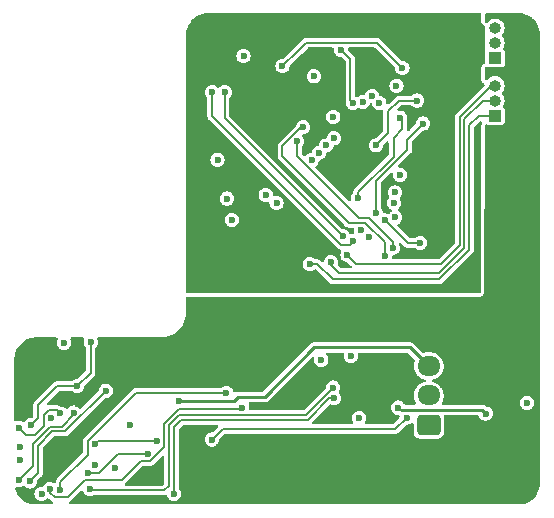
<source format=gbr>
%TF.GenerationSoftware,KiCad,Pcbnew,8.0.5-8.0.5-0~ubuntu24.04.1*%
%TF.CreationDate,2024-09-15T17:00:47-06:00*%
%TF.ProjectId,esp32-s3 single motor & battery controller,65737033-322d-4733-9320-73696e676c65,rev?*%
%TF.SameCoordinates,Original*%
%TF.FileFunction,Copper,L3,Inr*%
%TF.FilePolarity,Positive*%
%FSLAX46Y46*%
G04 Gerber Fmt 4.6, Leading zero omitted, Abs format (unit mm)*
G04 Created by KiCad (PCBNEW 8.0.5-8.0.5-0~ubuntu24.04.1) date 2024-09-15 17:00:47*
%MOMM*%
%LPD*%
G01*
G04 APERTURE LIST*
G04 Aperture macros list*
%AMRoundRect*
0 Rectangle with rounded corners*
0 $1 Rounding radius*
0 $2 $3 $4 $5 $6 $7 $8 $9 X,Y pos of 4 corners*
0 Add a 4 corners polygon primitive as box body*
4,1,4,$2,$3,$4,$5,$6,$7,$8,$9,$2,$3,0*
0 Add four circle primitives for the rounded corners*
1,1,$1+$1,$2,$3*
1,1,$1+$1,$4,$5*
1,1,$1+$1,$6,$7*
1,1,$1+$1,$8,$9*
0 Add four rect primitives between the rounded corners*
20,1,$1+$1,$2,$3,$4,$5,0*
20,1,$1+$1,$4,$5,$6,$7,0*
20,1,$1+$1,$6,$7,$8,$9,0*
20,1,$1+$1,$8,$9,$2,$3,0*%
G04 Aperture macros list end*
%TA.AperFunction,ComponentPad*%
%ADD10R,1.000000X1.000000*%
%TD*%
%TA.AperFunction,ComponentPad*%
%ADD11O,1.000000X1.000000*%
%TD*%
%TA.AperFunction,ComponentPad*%
%ADD12C,0.600000*%
%TD*%
%TA.AperFunction,ComponentPad*%
%ADD13RoundRect,0.250000X0.725000X-0.600000X0.725000X0.600000X-0.725000X0.600000X-0.725000X-0.600000X0*%
%TD*%
%TA.AperFunction,ComponentPad*%
%ADD14O,1.950000X1.700000*%
%TD*%
%TA.AperFunction,ViaPad*%
%ADD15C,0.600000*%
%TD*%
%TA.AperFunction,Conductor*%
%ADD16C,0.200000*%
%TD*%
%TA.AperFunction,Conductor*%
%ADD17C,0.280000*%
%TD*%
G04 APERTURE END LIST*
D10*
%TO.N,/1CSA-A*%
%TO.C,J4*%
X149000000Y-98870000D03*
D11*
%TO.N,/1CSA-B*%
X149000000Y-97600000D03*
%TO.N,/1CSA-C*%
X149000000Y-96330000D03*
%TD*%
D12*
%TO.N,GNDPWR*%
%TO.C,U4*%
X112000000Y-126350000D03*
X113050000Y-127400000D03*
X112000000Y-127400000D03*
X110950000Y-127400000D03*
X112000000Y-128450000D03*
%TD*%
D13*
%TO.N,Net-(J5-Pin_1)*%
%TO.C,J5*%
X143372548Y-125072800D03*
D14*
%TO.N,Net-(J5-Pin_2)*%
X143372548Y-122572800D03*
%TO.N,/PSU/BATT+*%
X143372548Y-120072800D03*
%TD*%
D10*
%TO.N,/1A*%
%TO.C,J3*%
X149000000Y-94000000D03*
D11*
%TO.N,/1B*%
X149000000Y-92730000D03*
%TO.N,/1C*%
X149000000Y-91460000D03*
%TD*%
D15*
%TO.N,VDD*%
X129575000Y-105577817D03*
X140949197Y-103879098D03*
X141149265Y-94850000D03*
X138356629Y-109161887D03*
X131000000Y-94700000D03*
X127700000Y-93850000D03*
%TO.N,GND*%
X123850000Y-100400000D03*
X136300000Y-104350000D03*
X143350000Y-109050000D03*
X145150000Y-102500000D03*
X145100000Y-113400000D03*
X138250000Y-91200000D03*
X125100000Y-93900000D03*
X137500000Y-104300000D03*
X131800000Y-91800000D03*
X138650000Y-95250000D03*
X135900000Y-113600000D03*
X134350000Y-110150000D03*
X123600000Y-106500000D03*
X123600000Y-96600000D03*
X130500000Y-113550000D03*
X145200000Y-108150000D03*
X135000000Y-102750000D03*
X135300000Y-95450000D03*
X126550000Y-112450000D03*
X145850000Y-91700000D03*
%TO.N,/MOTORPWR*%
X134288419Y-119542800D03*
%TO.N,GNDPWR*%
X125600000Y-129400000D03*
X127700000Y-120000000D03*
X125050000Y-128800000D03*
X138500000Y-121400000D03*
X151100000Y-118300000D03*
X150900000Y-98700000D03*
X150100000Y-119200000D03*
X152100000Y-118300000D03*
X110800000Y-121500000D03*
X125600000Y-128200000D03*
X136000000Y-124300000D03*
X150100000Y-117300000D03*
X152100000Y-119200000D03*
X150900000Y-97700000D03*
X112395487Y-123274456D03*
X125600000Y-126900000D03*
X138400000Y-130800000D03*
X109500000Y-123300000D03*
X113700000Y-123300000D03*
X152100000Y-117300000D03*
X151800000Y-97700000D03*
X151800000Y-98700000D03*
X109900000Y-121500000D03*
X138500000Y-122200000D03*
X151100000Y-117300000D03*
X125050000Y-127500000D03*
X151800000Y-96700000D03*
X118900000Y-129200000D03*
X150900000Y-96700000D03*
X125050000Y-130000000D03*
X119700000Y-129400000D03*
X109000000Y-121500000D03*
X135200000Y-124000000D03*
X128873528Y-130925000D03*
X150100000Y-118300000D03*
X151100000Y-119200000D03*
%TO.N,Net-(C19-Pad1)*%
X130500000Y-106300000D03*
%TO.N,/1CSA-B*%
X135100000Y-111300000D03*
%TO.N,/1A*%
X138925001Y-107133076D03*
X142900000Y-99550000D03*
%TO.N,/1CSA-A*%
X133300000Y-111450000D03*
%TO.N,/1CSA-C*%
X136500000Y-110700000D03*
%TO.N,/1C*%
X138900000Y-101400000D03*
X142400000Y-97600000D03*
%TO.N,/CS1*%
X133650000Y-95550000D03*
%TO.N,/1B*%
X140950000Y-99050000D03*
X137401014Y-105825018D03*
%TO.N,/PSU/BATT+*%
X151700000Y-123200000D03*
X122200000Y-123048528D03*
%TO.N,/PSU/IN*%
X112500000Y-118100000D03*
%TO.N,/UART0_TX*%
X139650000Y-110800000D03*
X132750000Y-99850000D03*
%TO.N,/SDA1*%
X136100000Y-109100000D03*
X135288111Y-121904745D03*
X114700000Y-130500000D03*
X126100000Y-96900000D03*
X108778216Y-126909517D03*
%TO.N,/UART0_RX*%
X132250924Y-101049074D03*
X140325000Y-110100000D03*
%TO.N,/SCL1*%
X135372454Y-122795674D03*
X121800000Y-130900000D03*
X137000000Y-109500000D03*
X108800000Y-128000000D03*
X125050000Y-96900000D03*
%TO.N,Net-(U5-MTDI)*%
X134714467Y-101399999D03*
%TO.N,Net-(U5-MTDO)*%
X135350000Y-100800000D03*
%TO.N,Net-(U5-MTCK)*%
X135304681Y-98971407D03*
%TO.N,/NRST*%
X126700000Y-107700000D03*
%TO.N,unconnected-(U5-GPIO12-Pad17)*%
X137650000Y-108550000D03*
%TO.N,/SCK1*%
X135950000Y-93300000D03*
X136960674Y-97800000D03*
%TO.N,/CS0*%
X134057233Y-102057233D03*
%TO.N,Net-(Q4-G)*%
X113625033Y-121772158D03*
X109675735Y-125075735D03*
X114765686Y-118075000D03*
%TO.N,Net-(Q4-S)*%
X109607025Y-129844445D03*
X116045701Y-122164207D03*
%TO.N,Net-(U5-GPIO19{slash}USB_D-)*%
X140550000Y-107500000D03*
X137800000Y-97700000D03*
%TO.N,Net-(U5-GPIO20{slash}USB_D+)*%
X139200000Y-97800000D03*
X140439214Y-106260786D03*
%TO.N,Net-(U5-GPIO21)*%
X140500000Y-105384863D03*
X138600000Y-97200000D03*
%TO.N,Net-(D3-A)*%
X125500000Y-102600000D03*
%TO.N,/LED*%
X133457233Y-102657233D03*
X126300000Y-105900000D03*
%TO.N,Net-(U6-QA)*%
X140650000Y-96350000D03*
%TO.N,Net-(U4-VCC)*%
X118100000Y-125047800D03*
%TO.N,/PSU/REGN*%
X115150000Y-128450000D03*
%TO.N,Net-(U3-BAT)*%
X136776757Y-119248437D03*
%TO.N,/PSU/Low*%
X148200000Y-124100000D03*
X140800000Y-123600000D03*
%TO.N,Net-(Q1-G)*%
X120350000Y-126400000D03*
X115100000Y-126698533D03*
%TO.N,Net-(Q2-G)*%
X114500000Y-129100000D03*
X119575000Y-127500000D03*
%TO.N,Net-(Q7-G)*%
X141500000Y-124440000D03*
X125050000Y-126300000D03*
%TO.N,Net-(U4-ACDRV)*%
X112200000Y-124051471D03*
X108700000Y-125300000D03*
%TO.N,Net-(U4-CMSRC)*%
X113325735Y-124025735D03*
X108696041Y-129736938D03*
%TO.N,Net-(U4-BATSRC)*%
X111300000Y-130500000D03*
X127603298Y-123633643D03*
%TO.N,Net-(U4-BATDRV)*%
X126253064Y-122346936D03*
X112200000Y-130600000D03*
%TO.N,Net-(U3-DSG)*%
X137499873Y-124466433D03*
%TO.N,Net-(U4-ACOK)*%
X111400000Y-124485788D03*
X116800000Y-128700000D03*
%TO.N,Net-(U4-TB_STAT_N)*%
X110600000Y-130900000D03*
%TO.N,Net-(U5-GPIO18)*%
X142650000Y-109650000D03*
X139700000Y-107750000D03*
%TD*%
D16*
%TO.N,VDD*%
X138999265Y-92700000D02*
X141149265Y-94850000D01*
X133000000Y-92700000D02*
X138999265Y-92700000D01*
X132325000Y-93375000D02*
X133000000Y-92700000D01*
X131000000Y-94700000D02*
X132325000Y-93375000D01*
%TO.N,/1CSA-B*%
X146400000Y-99150000D02*
X147950000Y-97600000D01*
X135100000Y-111500000D02*
X135800000Y-112200000D01*
X147950000Y-97600000D02*
X149000000Y-97600000D01*
X135100000Y-111300000D02*
X135100000Y-111500000D01*
X135800000Y-112200000D02*
X144250000Y-112200000D01*
X144250000Y-112200000D02*
X146400000Y-110050000D01*
X146400000Y-110050000D02*
X146400000Y-99150000D01*
%TO.N,/1A*%
X141550000Y-101765686D02*
X138925001Y-104390685D01*
X141550000Y-100900000D02*
X141550000Y-101765686D01*
X138925001Y-104390685D02*
X138925001Y-107133076D01*
X142900000Y-99550000D02*
X141550000Y-100900000D01*
%TO.N,/1CSA-A*%
X147630000Y-98870000D02*
X149000000Y-98870000D01*
X133950000Y-111450000D02*
X135250000Y-112750000D01*
X146800000Y-110215686D02*
X146800000Y-99700000D01*
X144265686Y-112750000D02*
X146800000Y-110215686D01*
X135250000Y-112750000D02*
X144265686Y-112750000D01*
X133300000Y-111450000D02*
X133950000Y-111450000D01*
X146800000Y-99700000D02*
X147630000Y-98870000D01*
%TO.N,/1CSA-C*%
X137200000Y-111400000D02*
X144450000Y-111400000D01*
X148974695Y-96000000D02*
X149000000Y-96000000D01*
X146000000Y-98974695D02*
X148974695Y-96000000D01*
X144450000Y-111400000D02*
X146000000Y-109850000D01*
X146000000Y-109850000D02*
X146000000Y-98974695D01*
X136500000Y-110700000D02*
X137200000Y-111400000D01*
%TO.N,/1C*%
X139950000Y-100350000D02*
X139950000Y-98500000D01*
X140850000Y-97600000D02*
X142400000Y-97600000D01*
X139950000Y-98500000D02*
X140850000Y-97600000D01*
X138900000Y-101400000D02*
X139950000Y-100350000D01*
%TO.N,/1B*%
X137401014Y-105348986D02*
X140400000Y-102350000D01*
X137401014Y-105825018D02*
X137401014Y-105348986D01*
X141150000Y-100000000D02*
X141150000Y-99250000D01*
X140400000Y-100750000D02*
X141150000Y-100000000D01*
X141150000Y-99250000D02*
X140950000Y-99050000D01*
X140400000Y-102350000D02*
X140400000Y-100750000D01*
D17*
%TO.N,/PSU/BATT+*%
X141799748Y-118500000D02*
X143372548Y-120072800D01*
X133694903Y-118500000D02*
X141799748Y-118500000D01*
X127200000Y-122700000D02*
X129494903Y-122700000D01*
X122200000Y-123048528D02*
X122248528Y-123000000D01*
X129494903Y-122700000D02*
X133694903Y-118500000D01*
X122248528Y-123000000D02*
X126900000Y-123000000D01*
X126900000Y-123000000D02*
X127200000Y-122700000D01*
D16*
X143427200Y-120072800D02*
X143372548Y-120072800D01*
%TO.N,/UART0_TX*%
X139650000Y-109606729D02*
X139650000Y-110800000D01*
X131000000Y-102300000D02*
X136650000Y-107950000D01*
X136650000Y-107950000D02*
X137993271Y-107950000D01*
X132601471Y-99850000D02*
X131000000Y-101451471D01*
X131000000Y-101451471D02*
X131000000Y-102300000D01*
X137993271Y-107950000D02*
X139650000Y-109606729D01*
X132750000Y-99850000D02*
X132601471Y-99850000D01*
%TO.N,/SDA1*%
X126100000Y-96900000D02*
X126100000Y-99100000D01*
X135288111Y-121904745D02*
X132959213Y-124233643D01*
X126100000Y-99100000D02*
X136100000Y-109100000D01*
X121000000Y-130600000D02*
X114800000Y-130600000D01*
X132959213Y-124233643D02*
X122266357Y-124233643D01*
X122266357Y-124233643D02*
X121400000Y-125100000D01*
X121400000Y-125100000D02*
X121400000Y-130200000D01*
X121400000Y-130200000D02*
X121000000Y-130600000D01*
X114800000Y-130600000D02*
X114700000Y-130500000D01*
%TO.N,/UART0_RX*%
X137501471Y-107550000D02*
X138300000Y-107550000D01*
X132301850Y-101100000D02*
X132327558Y-101100000D01*
X140325000Y-109575000D02*
X140325000Y-110100000D01*
X138300000Y-107550000D02*
X140325000Y-109575000D01*
X132250924Y-101049074D02*
X132250924Y-102299453D01*
X132250924Y-102299453D02*
X137501471Y-107550000D01*
X132250924Y-101049074D02*
X132301850Y-101100000D01*
%TO.N,/SCL1*%
X125050000Y-98898529D02*
X135951471Y-109800000D01*
X121800000Y-125265686D02*
X121800000Y-130900000D01*
X122432043Y-124633643D02*
X121800000Y-125265686D01*
X134962868Y-122795674D02*
X133124899Y-124633643D01*
X136700000Y-109800000D02*
X137000000Y-109500000D01*
X135951471Y-109800000D02*
X136700000Y-109800000D01*
X133124899Y-124633643D02*
X122432043Y-124633643D01*
X135372454Y-122795674D02*
X134962868Y-122795674D01*
X125050000Y-96900000D02*
X125050000Y-98898529D01*
%TO.N,/SCK1*%
X136960674Y-97800000D02*
X136750000Y-97589326D01*
X136750000Y-94100000D02*
X135950000Y-93300000D01*
X136750000Y-97589326D02*
X136750000Y-94100000D01*
%TO.N,Net-(Q4-G)*%
X114765686Y-120631505D02*
X113625033Y-121772158D01*
X109675735Y-125075735D02*
X109717599Y-125075735D01*
X109717599Y-125075735D02*
X110300000Y-124493334D01*
X111927842Y-121772158D02*
X113625033Y-121772158D01*
X110300000Y-124493334D02*
X110300000Y-123400000D01*
X110300000Y-123400000D02*
X111927842Y-121772158D01*
X114765686Y-118075000D02*
X114765686Y-120631505D01*
%TO.N,Net-(Q4-S)*%
X109607025Y-129844445D02*
X110300000Y-129151470D01*
X110300000Y-129151470D02*
X110300000Y-126815686D01*
X116035793Y-122164207D02*
X116045701Y-122164207D01*
X110300000Y-126815686D02*
X111515686Y-125600000D01*
X112600000Y-125600000D02*
X116035793Y-122164207D01*
X111515686Y-125600000D02*
X112600000Y-125600000D01*
D17*
%TO.N,/PSU/Low*%
X148200000Y-124100000D02*
X147900000Y-123800000D01*
D16*
X141000000Y-123800000D02*
X140800000Y-123600000D01*
D17*
X147900000Y-123800000D02*
X141000000Y-123800000D01*
D16*
%TO.N,Net-(Q1-G)*%
X115398533Y-126400000D02*
X120350000Y-126400000D01*
X115100000Y-126698533D02*
X115398533Y-126400000D01*
%TO.N,Net-(Q2-G)*%
X115500000Y-129100000D02*
X117100000Y-127500000D01*
X114500000Y-129100000D02*
X115500000Y-129100000D01*
X117100000Y-127500000D02*
X119575000Y-127500000D01*
%TO.N,Net-(Q7-G)*%
X140540000Y-125400000D02*
X125950000Y-125400000D01*
X125950000Y-125400000D02*
X125050000Y-126300000D01*
X141500000Y-124440000D02*
X140540000Y-125400000D01*
%TO.N,Net-(U4-ACDRV)*%
X112200000Y-124051471D02*
X111948529Y-123800000D01*
X110084314Y-125900000D02*
X109300000Y-125900000D01*
X110800000Y-124237259D02*
X110800000Y-125184314D01*
X109300000Y-125900000D02*
X108700000Y-125300000D01*
X111948529Y-123800000D02*
X111237259Y-123800000D01*
X111237259Y-123800000D02*
X110800000Y-124237259D01*
X110800000Y-125184314D02*
X110084314Y-125900000D01*
%TO.N,Net-(U4-CMSRC)*%
X109900000Y-126650000D02*
X109900000Y-128532979D01*
X113325735Y-124025735D02*
X113325735Y-124174265D01*
X109900000Y-128532979D02*
X108696041Y-129736938D01*
X113325735Y-124174265D02*
X112300000Y-125200000D01*
X111350000Y-125200000D02*
X109900000Y-126650000D01*
X112300000Y-125200000D02*
X111350000Y-125200000D01*
%TO.N,Net-(U4-BATSRC)*%
X112800000Y-131200000D02*
X111700000Y-131200000D01*
X120950000Y-124950000D02*
X120950000Y-126973529D01*
X120950000Y-126973529D02*
X119823529Y-128100000D01*
X127536941Y-123700000D02*
X122200000Y-123700000D01*
X111700000Y-131200000D02*
X111300000Y-130800000D01*
X122200000Y-123700000D02*
X120950000Y-124950000D01*
X114300000Y-129700000D02*
X112800000Y-131200000D01*
X119823529Y-128100000D02*
X119000000Y-128100000D01*
X119000000Y-128100000D02*
X117400000Y-129700000D01*
X117400000Y-129700000D02*
X114300000Y-129700000D01*
X127603298Y-123633643D02*
X127536941Y-123700000D01*
X111300000Y-130800000D02*
X111300000Y-130500000D01*
%TO.N,Net-(U4-BATDRV)*%
X112200000Y-129900000D02*
X114500000Y-127600000D01*
X112200000Y-130600000D02*
X112200000Y-129900000D01*
X118603067Y-122346936D02*
X126253064Y-122346936D01*
X114500000Y-126450003D02*
X118603067Y-122346936D01*
X114500000Y-127600000D02*
X114500000Y-126450003D01*
%TO.N,Net-(U5-GPIO18)*%
X139700000Y-107750000D02*
X141600000Y-109650000D01*
X141600000Y-109650000D02*
X142650000Y-109650000D01*
%TD*%
%TA.AperFunction,Conductor*%
%TO.N,GNDPWR*%
G36*
X151004043Y-90200765D02*
G01*
X151226790Y-90215364D01*
X151242848Y-90217479D01*
X151428875Y-90254482D01*
X151457771Y-90260230D01*
X151473438Y-90264428D01*
X151626569Y-90316409D01*
X151680944Y-90334867D01*
X151695921Y-90341070D01*
X151886791Y-90435196D01*
X151892460Y-90437992D01*
X151906508Y-90446102D01*
X152088712Y-90567848D01*
X152101573Y-90577716D01*
X152189054Y-90654435D01*
X152266328Y-90722202D01*
X152277797Y-90733671D01*
X152388160Y-90859517D01*
X152422280Y-90898423D01*
X152432154Y-90911291D01*
X152553897Y-91093492D01*
X152562007Y-91107539D01*
X152658926Y-91304071D01*
X152665133Y-91319057D01*
X152735571Y-91526561D01*
X152739769Y-91542228D01*
X152782518Y-91757140D01*
X152784636Y-91773221D01*
X152799235Y-91995956D01*
X152799500Y-92004066D01*
X152799500Y-113900000D01*
X148100000Y-113900000D01*
X148129476Y-99721718D01*
X148149299Y-99654726D01*
X148202198Y-99609081D01*
X148271377Y-99599281D01*
X148323553Y-99619683D01*
X148327232Y-99622203D01*
X148327235Y-99622206D01*
X148430009Y-99667585D01*
X148455135Y-99670500D01*
X149544864Y-99670499D01*
X149544879Y-99670497D01*
X149544882Y-99670497D01*
X149569987Y-99667586D01*
X149569988Y-99667585D01*
X149569991Y-99667585D01*
X149672765Y-99622206D01*
X149752206Y-99542765D01*
X149797585Y-99439991D01*
X149800500Y-99414865D01*
X149800499Y-98325136D01*
X149800497Y-98325117D01*
X149797586Y-98300012D01*
X149797585Y-98300010D01*
X149797585Y-98300009D01*
X149752206Y-98197235D01*
X149710319Y-98155348D01*
X149676834Y-98094025D01*
X149681818Y-98024333D01*
X149693007Y-98001694D01*
X149725788Y-97949524D01*
X149785368Y-97779254D01*
X149785369Y-97779249D01*
X149805565Y-97600003D01*
X149805565Y-97599996D01*
X149785369Y-97420750D01*
X149785368Y-97420745D01*
X149725788Y-97250476D01*
X149629815Y-97097737D01*
X149584759Y-97052681D01*
X149551274Y-96991358D01*
X149556258Y-96921666D01*
X149584759Y-96877319D01*
X149629816Y-96832262D01*
X149725789Y-96679522D01*
X149785368Y-96509255D01*
X149805565Y-96330000D01*
X149785368Y-96150745D01*
X149725789Y-95980478D01*
X149629816Y-95827738D01*
X149502262Y-95700184D01*
X149349523Y-95604211D01*
X149179254Y-95544631D01*
X149179249Y-95544630D01*
X149000004Y-95524435D01*
X148999996Y-95524435D01*
X148820750Y-95544630D01*
X148820745Y-95544631D01*
X148650476Y-95604211D01*
X148497737Y-95700184D01*
X148370184Y-95827737D01*
X148370180Y-95827742D01*
X148366689Y-95833299D01*
X148314353Y-95879588D01*
X148245299Y-95890234D01*
X148181452Y-95861856D01*
X148143082Y-95803465D01*
X148137698Y-95767065D01*
X148137837Y-95700184D01*
X148139586Y-94858646D01*
X148159410Y-94791652D01*
X148212309Y-94746007D01*
X148281488Y-94736207D01*
X148315813Y-94749630D01*
X148316725Y-94747565D01*
X148327234Y-94752205D01*
X148327235Y-94752206D01*
X148430009Y-94797585D01*
X148455135Y-94800500D01*
X149544864Y-94800499D01*
X149544879Y-94800497D01*
X149544882Y-94800497D01*
X149569987Y-94797586D01*
X149569988Y-94797585D01*
X149569991Y-94797585D01*
X149672765Y-94752206D01*
X149752206Y-94672765D01*
X149797585Y-94569991D01*
X149800500Y-94544865D01*
X149800499Y-93455136D01*
X149800497Y-93455117D01*
X149797586Y-93430012D01*
X149797585Y-93430010D01*
X149797585Y-93430009D01*
X149752206Y-93327235D01*
X149710319Y-93285348D01*
X149676834Y-93224025D01*
X149681818Y-93154333D01*
X149693007Y-93131694D01*
X149725788Y-93079524D01*
X149785368Y-92909254D01*
X149785369Y-92909249D01*
X149805565Y-92730003D01*
X149805565Y-92729996D01*
X149785369Y-92550750D01*
X149785368Y-92550745D01*
X149725788Y-92380476D01*
X149629815Y-92227737D01*
X149584759Y-92182681D01*
X149551274Y-92121358D01*
X149556258Y-92051666D01*
X149584759Y-92007319D01*
X149596122Y-91995956D01*
X149629816Y-91962262D01*
X149725789Y-91809522D01*
X149785368Y-91639255D01*
X149785369Y-91639249D01*
X149805565Y-91460003D01*
X149805565Y-91459996D01*
X149785369Y-91280750D01*
X149785368Y-91280745D01*
X149725788Y-91110476D01*
X149632650Y-90962249D01*
X149629816Y-90957738D01*
X149502262Y-90830184D01*
X149349523Y-90734211D01*
X149179254Y-90674631D01*
X149179249Y-90674630D01*
X149000004Y-90654435D01*
X148999996Y-90654435D01*
X148820750Y-90674630D01*
X148820745Y-90674631D01*
X148650476Y-90734211D01*
X148497737Y-90830184D01*
X148370182Y-90957739D01*
X148368796Y-90959478D01*
X148367615Y-90960306D01*
X148365260Y-90962662D01*
X148364847Y-90962249D01*
X148311605Y-90999615D01*
X148241794Y-91002460D01*
X148181526Y-90967111D01*
X148149937Y-90904790D01*
X148147854Y-90881906D01*
X148149014Y-90324242D01*
X148168838Y-90257244D01*
X148221737Y-90211599D01*
X148273014Y-90200500D01*
X150960118Y-90200500D01*
X150995933Y-90200500D01*
X151004043Y-90200765D01*
G37*
%TD.AperFunction*%
%TD*%
%TA.AperFunction,Conductor*%
%TO.N,GNDPWR*%
G36*
X148100000Y-113900000D02*
G01*
X152799500Y-113900000D01*
X152799500Y-129995933D01*
X152799235Y-130004043D01*
X152784636Y-130226778D01*
X152782518Y-130242859D01*
X152739769Y-130457771D01*
X152735571Y-130473438D01*
X152665133Y-130680942D01*
X152658926Y-130695928D01*
X152562007Y-130892460D01*
X152553897Y-130906507D01*
X152432154Y-131088708D01*
X152422280Y-131101576D01*
X152277797Y-131266328D01*
X152266328Y-131277797D01*
X152101576Y-131422280D01*
X152088708Y-131432154D01*
X151906507Y-131553897D01*
X151892460Y-131562007D01*
X151695928Y-131658926D01*
X151680942Y-131665133D01*
X151473438Y-131735571D01*
X151457771Y-131739769D01*
X151242859Y-131782518D01*
X151226778Y-131784636D01*
X151004043Y-131799235D01*
X150995933Y-131799500D01*
X113025412Y-131799500D01*
X112958373Y-131779815D01*
X112912618Y-131727011D01*
X112902674Y-131657853D01*
X112931699Y-131594297D01*
X112963411Y-131568113D01*
X112963850Y-131567859D01*
X113045913Y-131520480D01*
X113923595Y-130642796D01*
X113984916Y-130609313D01*
X114054607Y-130614297D01*
X114110541Y-130656168D01*
X114125834Y-130683025D01*
X114175464Y-130802841D01*
X114271718Y-130928282D01*
X114397159Y-131024536D01*
X114543238Y-131085044D01*
X114621619Y-131095363D01*
X114699999Y-131105682D01*
X114700000Y-131105682D01*
X114700001Y-131105682D01*
X114752254Y-131098802D01*
X114856762Y-131085044D01*
X115002841Y-131024536D01*
X115002845Y-131024532D01*
X115009876Y-131020474D01*
X115010882Y-131022216D01*
X115065932Y-131000931D01*
X115076257Y-131000500D01*
X121052723Y-131000500D01*
X121052727Y-131000500D01*
X121072734Y-130995139D01*
X121142578Y-130996800D01*
X121200442Y-131035960D01*
X121219387Y-131067460D01*
X121275463Y-131202839D01*
X121275464Y-131202841D01*
X121371718Y-131328282D01*
X121497159Y-131424536D01*
X121643238Y-131485044D01*
X121721619Y-131495363D01*
X121799999Y-131505682D01*
X121800000Y-131505682D01*
X121800001Y-131505682D01*
X121852254Y-131498802D01*
X121956762Y-131485044D01*
X122102841Y-131424536D01*
X122228282Y-131328282D01*
X122324536Y-131202841D01*
X122385044Y-131056762D01*
X122405682Y-130900000D01*
X122404689Y-130892460D01*
X122385044Y-130743239D01*
X122385044Y-130743238D01*
X122324536Y-130597159D01*
X122324535Y-130597158D01*
X122324535Y-130597157D01*
X122226124Y-130468905D01*
X122200930Y-130403736D01*
X122200500Y-130393419D01*
X122200500Y-125482940D01*
X122220185Y-125415901D01*
X122236819Y-125395259D01*
X122561616Y-125070462D01*
X122622939Y-125036977D01*
X122649297Y-125034143D01*
X125450102Y-125034143D01*
X125517141Y-125053828D01*
X125562896Y-125106632D01*
X125572840Y-125175790D01*
X125543815Y-125239346D01*
X125537783Y-125245824D01*
X125125008Y-125658597D01*
X125063685Y-125692082D01*
X125053513Y-125693855D01*
X124893238Y-125714956D01*
X124893237Y-125714956D01*
X124747160Y-125775463D01*
X124621718Y-125871718D01*
X124525463Y-125997160D01*
X124464956Y-126143237D01*
X124464955Y-126143239D01*
X124444318Y-126299998D01*
X124444318Y-126300001D01*
X124464955Y-126456760D01*
X124464956Y-126456762D01*
X124523157Y-126597273D01*
X124525464Y-126602841D01*
X124621718Y-126728282D01*
X124747159Y-126824536D01*
X124893238Y-126885044D01*
X124963681Y-126894318D01*
X125049999Y-126905682D01*
X125050000Y-126905682D01*
X125050001Y-126905682D01*
X125102254Y-126898802D01*
X125206762Y-126885044D01*
X125352841Y-126824536D01*
X125478282Y-126728282D01*
X125574536Y-126602841D01*
X125635044Y-126456762D01*
X125655682Y-126300000D01*
X125655681Y-126299997D01*
X125656144Y-126296485D01*
X125684410Y-126232589D01*
X125691389Y-126225002D01*
X126079574Y-125836819D01*
X126140897Y-125803334D01*
X126167255Y-125800500D01*
X140592725Y-125800500D01*
X140592727Y-125800500D01*
X140694588Y-125773207D01*
X140785913Y-125720480D01*
X141424991Y-125081400D01*
X141486312Y-125047917D01*
X141496485Y-125046144D01*
X141499997Y-125045681D01*
X141500000Y-125045682D01*
X141656762Y-125025044D01*
X141802841Y-124964536D01*
X141897563Y-124891852D01*
X141962731Y-124866660D01*
X142031175Y-124880698D01*
X142081165Y-124929512D01*
X142097048Y-124990230D01*
X142097048Y-125715902D01*
X142101187Y-125750367D01*
X142107670Y-125804361D01*
X142163187Y-125945143D01*
X142254625Y-126065722D01*
X142375204Y-126157160D01*
X142375205Y-126157160D01*
X142375206Y-126157161D01*
X142515984Y-126212677D01*
X142604446Y-126223300D01*
X142604451Y-126223300D01*
X144140645Y-126223300D01*
X144140650Y-126223300D01*
X144229112Y-126212677D01*
X144369890Y-126157161D01*
X144490470Y-126065722D01*
X144581909Y-125945142D01*
X144637425Y-125804364D01*
X144648048Y-125715902D01*
X144648048Y-124429698D01*
X144641994Y-124379283D01*
X144653546Y-124310375D01*
X144700519Y-124258651D01*
X144765110Y-124240500D01*
X147525366Y-124240500D01*
X147592405Y-124260185D01*
X147638160Y-124312989D01*
X147639927Y-124317047D01*
X147674613Y-124400788D01*
X147675464Y-124402841D01*
X147771718Y-124528282D01*
X147897159Y-124624536D01*
X148043238Y-124685044D01*
X148113681Y-124694318D01*
X148199999Y-124705682D01*
X148200000Y-124705682D01*
X148200001Y-124705682D01*
X148252254Y-124698802D01*
X148356762Y-124685044D01*
X148502841Y-124624536D01*
X148628282Y-124528282D01*
X148724536Y-124402841D01*
X148785044Y-124256762D01*
X148805682Y-124100000D01*
X148797539Y-124038151D01*
X148785044Y-123943239D01*
X148785044Y-123943238D01*
X148724536Y-123797159D01*
X148628282Y-123671718D01*
X148502841Y-123575464D01*
X148356762Y-123514956D01*
X148311759Y-123509031D01*
X148261629Y-123502431D01*
X148197732Y-123474164D01*
X148190134Y-123467173D01*
X148170475Y-123447514D01*
X148170473Y-123447512D01*
X148120250Y-123418515D01*
X148070028Y-123389519D01*
X148014010Y-123374509D01*
X147957993Y-123359500D01*
X147957992Y-123359500D01*
X144590291Y-123359500D01*
X144523252Y-123339815D01*
X144477497Y-123287011D01*
X144467553Y-123217853D01*
X144473214Y-123199998D01*
X151094318Y-123199998D01*
X151094318Y-123200001D01*
X151114955Y-123356760D01*
X151114956Y-123356762D01*
X151164710Y-123476880D01*
X151175464Y-123502841D01*
X151271718Y-123628282D01*
X151397159Y-123724536D01*
X151543238Y-123785044D01*
X151621619Y-123795363D01*
X151699999Y-123805682D01*
X151700000Y-123805682D01*
X151700001Y-123805682D01*
X151764739Y-123797159D01*
X151856762Y-123785044D01*
X152002841Y-123724536D01*
X152128282Y-123628282D01*
X152224536Y-123502841D01*
X152285044Y-123356762D01*
X152305682Y-123200000D01*
X152302944Y-123179205D01*
X152286261Y-123052485D01*
X152285044Y-123043238D01*
X152224536Y-122897159D01*
X152128282Y-122771718D01*
X152002841Y-122675464D01*
X151914594Y-122638911D01*
X151856762Y-122614956D01*
X151856760Y-122614955D01*
X151700001Y-122594318D01*
X151699999Y-122594318D01*
X151543239Y-122614955D01*
X151543237Y-122614956D01*
X151397160Y-122675463D01*
X151271718Y-122771718D01*
X151175463Y-122897160D01*
X151114956Y-123043237D01*
X151114955Y-123043239D01*
X151094318Y-123199998D01*
X144473214Y-123199998D01*
X144479806Y-123179205D01*
X144563759Y-123014439D01*
X144563760Y-123014436D01*
X144570297Y-122994318D01*
X144619719Y-122842209D01*
X144646129Y-122675464D01*
X144648048Y-122663351D01*
X144648048Y-122482248D01*
X144628242Y-122357202D01*
X144619719Y-122303391D01*
X144577242Y-122172658D01*
X144563760Y-122131163D01*
X144563759Y-122131160D01*
X144519396Y-122044095D01*
X144481544Y-121969806D01*
X144436827Y-121908258D01*
X144375106Y-121823305D01*
X144375102Y-121823300D01*
X144247047Y-121695245D01*
X144247042Y-121695241D01*
X144100545Y-121588806D01*
X144100544Y-121588805D01*
X144100542Y-121588804D01*
X144048848Y-121562464D01*
X143939187Y-121506588D01*
X143939184Y-121506587D01*
X143766958Y-121450629D01*
X143733142Y-121445273D01*
X143670007Y-121415344D01*
X143633076Y-121356032D01*
X143634074Y-121286170D01*
X143672684Y-121227937D01*
X143733142Y-121200327D01*
X143740936Y-121199092D01*
X143766957Y-121194971D01*
X143939187Y-121139011D01*
X144100542Y-121056796D01*
X144247049Y-120950353D01*
X144375101Y-120822301D01*
X144481544Y-120675794D01*
X144563759Y-120514439D01*
X144619719Y-120342209D01*
X144634313Y-120250059D01*
X144648048Y-120163351D01*
X144648048Y-119982248D01*
X144627753Y-119854119D01*
X144619719Y-119803391D01*
X144591739Y-119717276D01*
X144563760Y-119631163D01*
X144563759Y-119631160D01*
X144518737Y-119542801D01*
X144481544Y-119469806D01*
X144438422Y-119410453D01*
X144375106Y-119323305D01*
X144375102Y-119323300D01*
X144247047Y-119195245D01*
X144247042Y-119195241D01*
X144100545Y-119088806D01*
X144100544Y-119088805D01*
X144100542Y-119088804D01*
X144048848Y-119062464D01*
X143939187Y-119006588D01*
X143939184Y-119006587D01*
X143766958Y-118950629D01*
X143588099Y-118922300D01*
X143588094Y-118922300D01*
X143157002Y-118922300D01*
X143156997Y-118922300D01*
X142978138Y-118950629D01*
X142971295Y-118952852D01*
X142901454Y-118954840D01*
X142845307Y-118922598D01*
X142070223Y-118147514D01*
X142070221Y-118147512D01*
X142019998Y-118118515D01*
X141969776Y-118089519D01*
X141913758Y-118074509D01*
X141857741Y-118059500D01*
X133752896Y-118059500D01*
X133636910Y-118059500D01*
X133524874Y-118089519D01*
X133424430Y-118147512D01*
X133424427Y-118147514D01*
X129348761Y-122223181D01*
X129287438Y-122256666D01*
X129261080Y-122259500D01*
X127257993Y-122259500D01*
X127142007Y-122259500D01*
X127029973Y-122289519D01*
X127029972Y-122289519D01*
X127029970Y-122289520D01*
X127029967Y-122289521D01*
X127024527Y-122292662D01*
X126956626Y-122309131D01*
X126890600Y-122286276D01*
X126847412Y-122231353D01*
X126839593Y-122201455D01*
X126838108Y-122190174D01*
X126777600Y-122044095D01*
X126681346Y-121918654D01*
X126555905Y-121822400D01*
X126409826Y-121761892D01*
X126409824Y-121761891D01*
X126253065Y-121741254D01*
X126253063Y-121741254D01*
X126096303Y-121761891D01*
X126096301Y-121761892D01*
X125950224Y-121822399D01*
X125926954Y-121840254D01*
X125824782Y-121918654D01*
X125824780Y-121918656D01*
X125821971Y-121920812D01*
X125756801Y-121946006D01*
X125746484Y-121946436D01*
X118550340Y-121946436D01*
X118448477Y-121973729D01*
X118357154Y-122026456D01*
X118357151Y-122026458D01*
X114179522Y-126204087D01*
X114179518Y-126204093D01*
X114126793Y-126295414D01*
X114126793Y-126295415D01*
X114125566Y-126299998D01*
X114125433Y-126300493D01*
X114125431Y-126300499D01*
X114099500Y-126397276D01*
X114099500Y-127382745D01*
X114079815Y-127449784D01*
X114063181Y-127470426D01*
X111879522Y-129654084D01*
X111879520Y-129654087D01*
X111826793Y-129745411D01*
X111826793Y-129745412D01*
X111804987Y-129826794D01*
X111801200Y-129840929D01*
X111799500Y-129847274D01*
X111799500Y-129874918D01*
X111779815Y-129941957D01*
X111727011Y-129987712D01*
X111657853Y-129997656D01*
X111610845Y-129977858D01*
X111609881Y-129979528D01*
X111602843Y-129975465D01*
X111602838Y-129975463D01*
X111456762Y-129914956D01*
X111456760Y-129914955D01*
X111300001Y-129894318D01*
X111299999Y-129894318D01*
X111143239Y-129914955D01*
X111143237Y-129914956D01*
X110997160Y-129975463D01*
X110871716Y-130071719D01*
X110775464Y-130197158D01*
X110775460Y-130197165D01*
X110764635Y-130223297D01*
X110720792Y-130277699D01*
X110654497Y-130299761D01*
X110633893Y-130298779D01*
X110600004Y-130294318D01*
X110599999Y-130294318D01*
X110443239Y-130314955D01*
X110443237Y-130314956D01*
X110297157Y-130375464D01*
X110215901Y-130437815D01*
X110175652Y-130453375D01*
X110166754Y-130478128D01*
X110164985Y-130480491D01*
X110075464Y-130597157D01*
X110014956Y-130743237D01*
X110014955Y-130743239D01*
X109994318Y-130899998D01*
X109994318Y-130900001D01*
X110014955Y-131056760D01*
X110014956Y-131056762D01*
X110071974Y-131194417D01*
X110075464Y-131202841D01*
X110171718Y-131328282D01*
X110297159Y-131424536D01*
X110443238Y-131485044D01*
X110521619Y-131495363D01*
X110599999Y-131505682D01*
X110600000Y-131505682D01*
X110600001Y-131505682D01*
X110652254Y-131498802D01*
X110756762Y-131485044D01*
X110902841Y-131424536D01*
X111028282Y-131328282D01*
X111043632Y-131308276D01*
X111100060Y-131267074D01*
X111169806Y-131262919D01*
X111229689Y-131296082D01*
X111379519Y-131445912D01*
X111379520Y-131445913D01*
X111454087Y-131520480D01*
X111519789Y-131558413D01*
X111536590Y-131568113D01*
X111584806Y-131618680D01*
X111598028Y-131687287D01*
X111572060Y-131752152D01*
X111515146Y-131792680D01*
X111474590Y-131799500D01*
X110104067Y-131799500D01*
X110095957Y-131799235D01*
X109873221Y-131784636D01*
X109857140Y-131782518D01*
X109642228Y-131739769D01*
X109626561Y-131735571D01*
X109419057Y-131665133D01*
X109404071Y-131658926D01*
X109207539Y-131562007D01*
X109193492Y-131553897D01*
X109011291Y-131432154D01*
X108998423Y-131422280D01*
X108833671Y-131277797D01*
X108822202Y-131266328D01*
X108759138Y-131194417D01*
X108677716Y-131101573D01*
X108667845Y-131088708D01*
X108665396Y-131085043D01*
X108546102Y-130906507D01*
X108537992Y-130892460D01*
X108493796Y-130802839D01*
X108441070Y-130695921D01*
X108434866Y-130680942D01*
X108364428Y-130473438D01*
X108360233Y-130457788D01*
X108359979Y-130456512D01*
X108366197Y-130386920D01*
X108409052Y-130331737D01*
X108474938Y-130308483D01*
X108529044Y-130317742D01*
X108539279Y-130321982D01*
X108613376Y-130331737D01*
X108696040Y-130342620D01*
X108696041Y-130342620D01*
X108696042Y-130342620D01*
X108748295Y-130335740D01*
X108852803Y-130321982D01*
X108998882Y-130261474D01*
X109008275Y-130254265D01*
X109073441Y-130229070D01*
X109141886Y-130243106D01*
X109171672Y-130268296D01*
X109172992Y-130266977D01*
X109178736Y-130272720D01*
X109178739Y-130272723D01*
X109178743Y-130272727D01*
X109304184Y-130368981D01*
X109450263Y-130429489D01*
X109513506Y-130437815D01*
X109607024Y-130450127D01*
X109607025Y-130450127D01*
X109607026Y-130450127D01*
X109700544Y-130437815D01*
X109763787Y-130429489D01*
X109909866Y-130368981D01*
X109991126Y-130306627D01*
X110031372Y-130291068D01*
X110040271Y-130266315D01*
X110041989Y-130264018D01*
X110131561Y-130147286D01*
X110192069Y-130001207D01*
X110212707Y-129844445D01*
X110212706Y-129844441D01*
X110213169Y-129840929D01*
X110241435Y-129777033D01*
X110248405Y-129769456D01*
X110535703Y-129482157D01*
X110535708Y-129482154D01*
X110545911Y-129471950D01*
X110545913Y-129471950D01*
X110620480Y-129397383D01*
X110673207Y-129306057D01*
X110678464Y-129286438D01*
X110679243Y-129283533D01*
X110698302Y-129212402D01*
X110700501Y-129204197D01*
X110700501Y-129098743D01*
X110700501Y-129091148D01*
X110700500Y-129091130D01*
X110700500Y-127032940D01*
X110720185Y-126965901D01*
X110736819Y-126945259D01*
X111645259Y-126036819D01*
X111706582Y-126003334D01*
X111732940Y-126000500D01*
X112652725Y-126000500D01*
X112652727Y-126000500D01*
X112754588Y-125973207D01*
X112845913Y-125920480D01*
X115960184Y-122806207D01*
X116021507Y-122772723D01*
X116037647Y-122770987D01*
X116037643Y-122770950D01*
X116097401Y-122763082D01*
X116202463Y-122749251D01*
X116348542Y-122688743D01*
X116473983Y-122592489D01*
X116570237Y-122467048D01*
X116630745Y-122320969D01*
X116649897Y-122175492D01*
X116651383Y-122164208D01*
X116651383Y-122164205D01*
X116630745Y-122007446D01*
X116630745Y-122007445D01*
X116570237Y-121861366D01*
X116473983Y-121735925D01*
X116348542Y-121639671D01*
X116202463Y-121579163D01*
X116202461Y-121579162D01*
X116045702Y-121558525D01*
X116045700Y-121558525D01*
X115888940Y-121579162D01*
X115888938Y-121579163D01*
X115742861Y-121639670D01*
X115617419Y-121735925D01*
X115521164Y-121861367D01*
X115460657Y-122007444D01*
X115460657Y-122007445D01*
X115441058Y-122156310D01*
X115412791Y-122220206D01*
X115405800Y-122227805D01*
X113976494Y-123657111D01*
X113915171Y-123690596D01*
X113845479Y-123685612D01*
X113790438Y-123644917D01*
X113754019Y-123597455D01*
X113754017Y-123597454D01*
X113754017Y-123597453D01*
X113628576Y-123501199D01*
X113576238Y-123479520D01*
X113482497Y-123440691D01*
X113482495Y-123440690D01*
X113325736Y-123420053D01*
X113325734Y-123420053D01*
X113168974Y-123440690D01*
X113168972Y-123440691D01*
X113022895Y-123501198D01*
X112897450Y-123597455D01*
X112851368Y-123657511D01*
X112794940Y-123698714D01*
X112725194Y-123702868D01*
X112664274Y-123668655D01*
X112654617Y-123657510D01*
X112628283Y-123623190D01*
X112600463Y-123601843D01*
X112502841Y-123526935D01*
X112473921Y-123514956D01*
X112356762Y-123466427D01*
X112356760Y-123466426D01*
X112200001Y-123445789D01*
X112199997Y-123445789D01*
X112189625Y-123447154D01*
X112120590Y-123436385D01*
X112111450Y-123431603D01*
X112103123Y-123426796D01*
X112103119Y-123426794D01*
X112103117Y-123426793D01*
X112001256Y-123399500D01*
X112001255Y-123399500D01*
X111297598Y-123399500D01*
X111297582Y-123399499D01*
X111289986Y-123399499D01*
X111184532Y-123399499D01*
X111184528Y-123399499D01*
X111180896Y-123399977D01*
X111177832Y-123399499D01*
X111176404Y-123399499D01*
X111176404Y-123399276D01*
X111111861Y-123389208D01*
X111059608Y-123342825D01*
X111040726Y-123275555D01*
X111061210Y-123208756D01*
X111077031Y-123189361D01*
X112057416Y-122208977D01*
X112118739Y-122175492D01*
X112145097Y-122172658D01*
X113118453Y-122172658D01*
X113185492Y-122192343D01*
X113193940Y-122198282D01*
X113196749Y-122200437D01*
X113196751Y-122200440D01*
X113322192Y-122296694D01*
X113468271Y-122357202D01*
X113545672Y-122367392D01*
X113625032Y-122377840D01*
X113625033Y-122377840D01*
X113625034Y-122377840D01*
X113677287Y-122370960D01*
X113781795Y-122357202D01*
X113927874Y-122296694D01*
X114053315Y-122200440D01*
X114149569Y-122074999D01*
X114210077Y-121928920D01*
X114230715Y-121772158D01*
X114230714Y-121772155D01*
X114231177Y-121768643D01*
X114259443Y-121704747D01*
X114266422Y-121697160D01*
X115086166Y-120877418D01*
X115138893Y-120786093D01*
X115166186Y-120684232D01*
X115166186Y-120578778D01*
X115166186Y-118581580D01*
X115185871Y-118514541D01*
X115191810Y-118506093D01*
X115193965Y-118503283D01*
X115193968Y-118503282D01*
X115290222Y-118377841D01*
X115350730Y-118231762D01*
X115371368Y-118075000D01*
X115369327Y-118059500D01*
X115350730Y-117918239D01*
X115350730Y-117918238D01*
X115310846Y-117821951D01*
X115303378Y-117752484D01*
X115334653Y-117690004D01*
X115394742Y-117654352D01*
X115425408Y-117650500D01*
X120783108Y-117650500D01*
X120823039Y-117645651D01*
X121047376Y-117618412D01*
X121305852Y-117554703D01*
X121554764Y-117460303D01*
X121790483Y-117336589D01*
X122009570Y-117185363D01*
X122208832Y-117008832D01*
X122385363Y-116809570D01*
X122536589Y-116590483D01*
X122660303Y-116354764D01*
X122754703Y-116105852D01*
X122818412Y-115847376D01*
X122850500Y-115583106D01*
X122850500Y-115450000D01*
X122850500Y-115410118D01*
X122850500Y-114329500D01*
X122870185Y-114262461D01*
X122922989Y-114216706D01*
X122974500Y-114205500D01*
X135890488Y-114205500D01*
X135893265Y-114205682D01*
X135900000Y-114205682D01*
X135906735Y-114205682D01*
X135909512Y-114205500D01*
X147670759Y-114205500D01*
X147670759Y-114205499D01*
X147735386Y-114198585D01*
X147786663Y-114187486D01*
X147812067Y-114180243D01*
X147824579Y-114176676D01*
X147824579Y-114176675D01*
X147824582Y-114176675D01*
X147921613Y-114120198D01*
X147974512Y-114074553D01*
X148016784Y-114029906D01*
X148067878Y-113929935D01*
X148067880Y-113929926D01*
X148068192Y-113929317D01*
X148091118Y-113897875D01*
X148100020Y-113889010D01*
X148100022Y-113889010D01*
X148100000Y-113900000D01*
G37*
%TD.AperFunction*%
%TA.AperFunction,Conductor*%
G36*
X120918833Y-127673601D02*
G01*
X120974767Y-127715473D01*
X120999184Y-127780937D01*
X120999500Y-127789783D01*
X120999500Y-129982745D01*
X120979815Y-130049784D01*
X120963181Y-130070426D01*
X120870426Y-130163181D01*
X120809103Y-130196666D01*
X120782745Y-130199500D01*
X117766255Y-130199500D01*
X117699216Y-130179815D01*
X117653461Y-130127011D01*
X117643517Y-130057853D01*
X117672542Y-129994297D01*
X117678574Y-129987819D01*
X119129573Y-128536819D01*
X119190896Y-128503334D01*
X119217254Y-128500500D01*
X119876254Y-128500500D01*
X119876256Y-128500500D01*
X119978117Y-128473207D01*
X120069442Y-128420480D01*
X120787819Y-127702101D01*
X120849142Y-127668617D01*
X120918833Y-127673601D01*
G37*
%TD.AperFunction*%
%TA.AperFunction,Conductor*%
G36*
X136137660Y-118960185D02*
G01*
X136183415Y-119012989D01*
X136193359Y-119082147D01*
X136192266Y-119087471D01*
X136171075Y-119248435D01*
X136171075Y-119248438D01*
X136191712Y-119405197D01*
X136191713Y-119405199D01*
X136252221Y-119551278D01*
X136348475Y-119676719D01*
X136473916Y-119772973D01*
X136619995Y-119833481D01*
X136698376Y-119843800D01*
X136776756Y-119854119D01*
X136776757Y-119854119D01*
X136776758Y-119854119D01*
X136841169Y-119845639D01*
X136933519Y-119833481D01*
X137079598Y-119772973D01*
X137205039Y-119676719D01*
X137301293Y-119551278D01*
X137361801Y-119405199D01*
X137382439Y-119248437D01*
X137378052Y-119215118D01*
X137360740Y-119083617D01*
X137363438Y-119083261D01*
X137364776Y-119026758D01*
X137403932Y-118968891D01*
X137468157Y-118941379D01*
X137482893Y-118940500D01*
X141565925Y-118940500D01*
X141632964Y-118960185D01*
X141653606Y-118976819D01*
X142160369Y-119483582D01*
X142193854Y-119544905D01*
X142188870Y-119614597D01*
X142183174Y-119627556D01*
X142181335Y-119631164D01*
X142125377Y-119803389D01*
X142097048Y-119982248D01*
X142097048Y-120163351D01*
X142125377Y-120342210D01*
X142181335Y-120514436D01*
X142181336Y-120514439D01*
X142263554Y-120675797D01*
X142369989Y-120822294D01*
X142369993Y-120822299D01*
X142498048Y-120950354D01*
X142498053Y-120950358D01*
X142625835Y-121043196D01*
X142644554Y-121056796D01*
X142750032Y-121110540D01*
X142805908Y-121139011D01*
X142805911Y-121139012D01*
X142883557Y-121164240D01*
X142978139Y-121194971D01*
X143002839Y-121198883D01*
X143011954Y-121200327D01*
X143075088Y-121230257D01*
X143112019Y-121289568D01*
X143111021Y-121359431D01*
X143072411Y-121417663D01*
X143011954Y-121445273D01*
X142978137Y-121450629D01*
X142805911Y-121506587D01*
X142805908Y-121506588D01*
X142644550Y-121588806D01*
X142498053Y-121695241D01*
X142498048Y-121695245D01*
X142369993Y-121823300D01*
X142369989Y-121823305D01*
X142263554Y-121969802D01*
X142181336Y-122131160D01*
X142181335Y-122131163D01*
X142125377Y-122303389D01*
X142097048Y-122482248D01*
X142097048Y-122663351D01*
X142125377Y-122842210D01*
X142181335Y-123014436D01*
X142181336Y-123014439D01*
X142265290Y-123179205D01*
X142278186Y-123247874D01*
X142251910Y-123312614D01*
X142194804Y-123352872D01*
X142154805Y-123359500D01*
X141432120Y-123359500D01*
X141365081Y-123339815D01*
X141330101Y-123303131D01*
X141329483Y-123303606D01*
X141325068Y-123297852D01*
X141324734Y-123297502D01*
X141324535Y-123297158D01*
X141228283Y-123171719D01*
X141228282Y-123171718D01*
X141102841Y-123075464D01*
X141037809Y-123048527D01*
X140956762Y-123014956D01*
X140956760Y-123014955D01*
X140800001Y-122994318D01*
X140799999Y-122994318D01*
X140643239Y-123014955D01*
X140643237Y-123014956D01*
X140497160Y-123075463D01*
X140371718Y-123171718D01*
X140275463Y-123297160D01*
X140214956Y-123443237D01*
X140214955Y-123443239D01*
X140194318Y-123599998D01*
X140194318Y-123600001D01*
X140214955Y-123756760D01*
X140214956Y-123756762D01*
X140275464Y-123902841D01*
X140371718Y-124028282D01*
X140497159Y-124124536D01*
X140643238Y-124185044D01*
X140800000Y-124205682D01*
X140800001Y-124205681D01*
X140800094Y-124205694D01*
X140863991Y-124233960D01*
X140902462Y-124292285D01*
X140906848Y-124344818D01*
X140893855Y-124443512D01*
X140865589Y-124507409D01*
X140858597Y-124515008D01*
X140410426Y-124963181D01*
X140349103Y-124996666D01*
X140322745Y-124999500D01*
X138099198Y-124999500D01*
X138032159Y-124979815D01*
X137986404Y-124927011D01*
X137976460Y-124857853D01*
X138000822Y-124800014D01*
X138024408Y-124769275D01*
X138024407Y-124769275D01*
X138024409Y-124769274D01*
X138084917Y-124623195D01*
X138102362Y-124490690D01*
X138105555Y-124466434D01*
X138105555Y-124466431D01*
X138084917Y-124309672D01*
X138084917Y-124309671D01*
X138024409Y-124163592D01*
X137928155Y-124038151D01*
X137802714Y-123941897D01*
X137656635Y-123881389D01*
X137656633Y-123881388D01*
X137499874Y-123860751D01*
X137499872Y-123860751D01*
X137343112Y-123881388D01*
X137343110Y-123881389D01*
X137197033Y-123941896D01*
X137071591Y-124038151D01*
X136975336Y-124163593D01*
X136914829Y-124309670D01*
X136914828Y-124309672D01*
X136894191Y-124466431D01*
X136894191Y-124466434D01*
X136914828Y-124623193D01*
X136914829Y-124623195D01*
X136975337Y-124769275D01*
X136998924Y-124800014D01*
X137024118Y-124865184D01*
X137010079Y-124933628D01*
X136961265Y-124983618D01*
X136900548Y-124999500D01*
X133624797Y-124999500D01*
X133557758Y-124979815D01*
X133512003Y-124927011D01*
X133502059Y-124857853D01*
X133531084Y-124794297D01*
X133537116Y-124787819D01*
X133888681Y-124436254D01*
X134965144Y-123359789D01*
X135026465Y-123326306D01*
X135096156Y-123331290D01*
X135100273Y-123332910D01*
X135215692Y-123380718D01*
X135280180Y-123389208D01*
X135372453Y-123401356D01*
X135372454Y-123401356D01*
X135372455Y-123401356D01*
X135462365Y-123389519D01*
X135529216Y-123380718D01*
X135675295Y-123320210D01*
X135800736Y-123223956D01*
X135896990Y-123098515D01*
X135957498Y-122952436D01*
X135978136Y-122795674D01*
X135975114Y-122772723D01*
X135957498Y-122638913D01*
X135957498Y-122638912D01*
X135896990Y-122492833D01*
X135896989Y-122492832D01*
X135896989Y-122492831D01*
X135803302Y-122370736D01*
X135778108Y-122305567D01*
X135792146Y-122237122D01*
X135803304Y-122219762D01*
X135803545Y-122219447D01*
X135812647Y-122207586D01*
X135873155Y-122061507D01*
X135893793Y-121904745D01*
X135883070Y-121823299D01*
X135873155Y-121747984D01*
X135873155Y-121747983D01*
X135812647Y-121601904D01*
X135716393Y-121476463D01*
X135590952Y-121380209D01*
X135508446Y-121346034D01*
X135444873Y-121319701D01*
X135444871Y-121319700D01*
X135288112Y-121299063D01*
X135288110Y-121299063D01*
X135131350Y-121319700D01*
X135131348Y-121319701D01*
X134985271Y-121380208D01*
X134859829Y-121476463D01*
X134763574Y-121601905D01*
X134703067Y-121747982D01*
X134703067Y-121747983D01*
X134681966Y-121908258D01*
X134653699Y-121972154D01*
X134646708Y-121979753D01*
X132829639Y-123796824D01*
X132768316Y-123830309D01*
X132741958Y-123833143D01*
X128324110Y-123833143D01*
X128257071Y-123813458D01*
X128211316Y-123760654D01*
X128201171Y-123692957D01*
X128204371Y-123668655D01*
X128208980Y-123633643D01*
X128204793Y-123601843D01*
X128191706Y-123502431D01*
X128188342Y-123476881D01*
X128127834Y-123330802D01*
X128127832Y-123330799D01*
X128125348Y-123326495D01*
X128108879Y-123258594D01*
X128131734Y-123192568D01*
X128186657Y-123149380D01*
X128232738Y-123140500D01*
X129552894Y-123140500D01*
X129552896Y-123140500D01*
X129664930Y-123110481D01*
X129765376Y-123052488D01*
X133486247Y-119331616D01*
X133547568Y-119298133D01*
X133617260Y-119303117D01*
X133673193Y-119344989D01*
X133697610Y-119410453D01*
X133696865Y-119435484D01*
X133682737Y-119542798D01*
X133682737Y-119542801D01*
X133703374Y-119699560D01*
X133703375Y-119699562D01*
X133746381Y-119803389D01*
X133763883Y-119845641D01*
X133860137Y-119971082D01*
X133985578Y-120067336D01*
X134131657Y-120127844D01*
X134210038Y-120138163D01*
X134288418Y-120148482D01*
X134288419Y-120148482D01*
X134288420Y-120148482D01*
X134340673Y-120141602D01*
X134445181Y-120127844D01*
X134591260Y-120067336D01*
X134716701Y-119971082D01*
X134812955Y-119845641D01*
X134873463Y-119699562D01*
X134892985Y-119551276D01*
X134894101Y-119542801D01*
X134894101Y-119542798D01*
X134876633Y-119410118D01*
X134873463Y-119386038D01*
X134812955Y-119239959D01*
X134736241Y-119139984D01*
X134711049Y-119074817D01*
X134725087Y-119006373D01*
X134773901Y-118956383D01*
X134834619Y-118940500D01*
X136070621Y-118940500D01*
X136137660Y-118960185D01*
G37*
%TD.AperFunction*%
%TA.AperFunction,Conductor*%
G36*
X111917672Y-117670185D02*
G01*
X111963427Y-117722989D01*
X111973371Y-117792147D01*
X111965194Y-117821953D01*
X111914956Y-117943237D01*
X111914955Y-117943239D01*
X111894318Y-118099998D01*
X111894318Y-118100001D01*
X111914955Y-118256760D01*
X111914956Y-118256762D01*
X111955454Y-118354534D01*
X111975464Y-118402841D01*
X112071718Y-118528282D01*
X112197159Y-118624536D01*
X112343238Y-118685044D01*
X112421619Y-118695363D01*
X112499999Y-118705682D01*
X112500000Y-118705682D01*
X112500001Y-118705682D01*
X112552254Y-118698802D01*
X112656762Y-118685044D01*
X112802841Y-118624536D01*
X112928282Y-118528282D01*
X113024536Y-118402841D01*
X113085044Y-118256762D01*
X113105682Y-118100000D01*
X113102390Y-118074998D01*
X113085044Y-117943239D01*
X113085044Y-117943238D01*
X113034805Y-117821952D01*
X113027337Y-117752483D01*
X113058612Y-117690004D01*
X113118701Y-117654352D01*
X113149367Y-117650500D01*
X114105964Y-117650500D01*
X114173003Y-117670185D01*
X114218758Y-117722989D01*
X114228702Y-117792147D01*
X114220525Y-117821953D01*
X114180642Y-117918237D01*
X114180641Y-117918239D01*
X114160004Y-118074998D01*
X114160004Y-118075001D01*
X114180641Y-118231760D01*
X114180642Y-118231762D01*
X114190996Y-118256760D01*
X114241150Y-118377841D01*
X114337404Y-118503282D01*
X114337406Y-118503283D01*
X114339562Y-118506093D01*
X114364756Y-118571263D01*
X114365186Y-118581580D01*
X114365186Y-120414249D01*
X114345501Y-120481288D01*
X114328867Y-120501930D01*
X113700041Y-121130755D01*
X113638718Y-121164240D01*
X113628546Y-121166013D01*
X113468271Y-121187114D01*
X113468270Y-121187114D01*
X113322193Y-121247621D01*
X113322192Y-121247622D01*
X113196751Y-121343876D01*
X113196749Y-121343878D01*
X113193940Y-121346034D01*
X113128770Y-121371228D01*
X113118453Y-121371658D01*
X111875115Y-121371658D01*
X111773252Y-121398951D01*
X111681929Y-121451678D01*
X111681926Y-121451680D01*
X109979522Y-123154084D01*
X109979520Y-123154087D01*
X109926791Y-123245413D01*
X109904605Y-123328222D01*
X109904604Y-123328226D01*
X109899500Y-123347272D01*
X109899500Y-124276077D01*
X109879815Y-124343116D01*
X109863181Y-124363758D01*
X109790685Y-124436254D01*
X109729362Y-124469739D01*
X109686819Y-124471512D01*
X109675736Y-124470053D01*
X109675734Y-124470053D01*
X109518974Y-124490690D01*
X109518972Y-124490691D01*
X109372895Y-124551198D01*
X109372894Y-124551199D01*
X109247453Y-124647453D01*
X109170462Y-124747788D01*
X109114036Y-124788990D01*
X109044290Y-124793145D01*
X109011076Y-124777457D01*
X109009881Y-124779528D01*
X109002843Y-124775465D01*
X108929195Y-124744959D01*
X108856762Y-124714956D01*
X108856760Y-124714955D01*
X108700001Y-124694318D01*
X108699999Y-124694318D01*
X108543239Y-124714955D01*
X108543234Y-124714957D01*
X108471952Y-124744483D01*
X108402483Y-124751952D01*
X108340004Y-124720676D01*
X108304352Y-124660587D01*
X108300500Y-124629922D01*
X108300500Y-119454066D01*
X108300765Y-119445956D01*
X108303436Y-119405199D01*
X108315364Y-119223207D01*
X108317479Y-119207153D01*
X108360230Y-118992226D01*
X108364428Y-118976561D01*
X108426349Y-118794148D01*
X108434868Y-118769049D01*
X108441067Y-118754083D01*
X108537995Y-118557533D01*
X108546098Y-118543498D01*
X108667853Y-118361279D01*
X108677710Y-118348433D01*
X108822207Y-118183665D01*
X108833665Y-118172207D01*
X108998433Y-118027710D01*
X109011279Y-118017853D01*
X109193498Y-117896098D01*
X109207533Y-117887995D01*
X109404083Y-117791067D01*
X109419049Y-117784868D01*
X109625945Y-117714637D01*
X109626561Y-117714428D01*
X109642228Y-117710230D01*
X109857153Y-117667479D01*
X109873209Y-117665364D01*
X110078058Y-117651938D01*
X110095958Y-117650765D01*
X110104067Y-117650500D01*
X110139882Y-117650500D01*
X111850633Y-117650500D01*
X111917672Y-117670185D01*
G37*
%TD.AperFunction*%
%TD*%
%TA.AperFunction,Conductor*%
%TO.N,GND*%
G36*
X147786551Y-90220185D02*
G01*
X147832306Y-90272989D01*
X147843512Y-90324758D01*
X147842354Y-90881273D01*
X147843612Y-90909606D01*
X147843612Y-90909612D01*
X147845687Y-90932402D01*
X147845949Y-90935148D01*
X147877442Y-91042908D01*
X147877442Y-91042909D01*
X147909029Y-91105227D01*
X147942208Y-91156999D01*
X147942209Y-91157001D01*
X148026961Y-91230625D01*
X148026962Y-91230626D01*
X148026965Y-91230628D01*
X148061820Y-91251071D01*
X148085570Y-91265002D01*
X148133437Y-91315899D01*
X148146834Y-91372219D01*
X148140604Y-94369237D01*
X148120780Y-94436235D01*
X148078983Y-94476146D01*
X148012730Y-94514709D01*
X148012728Y-94514710D01*
X147959836Y-94560349D01*
X147917560Y-94604999D01*
X147872462Y-94693237D01*
X147866466Y-94704968D01*
X147846642Y-94771962D01*
X147834270Y-94856762D01*
X147834087Y-94858014D01*
X147834086Y-94858017D01*
X147832338Y-95699549D01*
X147832198Y-95766419D01*
X147832199Y-95766438D01*
X147835485Y-95811759D01*
X147840871Y-95848178D01*
X147841717Y-95852841D01*
X147844407Y-95867677D01*
X147867037Y-95921718D01*
X147887774Y-95971239D01*
X147926140Y-96029623D01*
X147926142Y-96029626D01*
X147964903Y-96077348D01*
X148048688Y-96135044D01*
X148058995Y-96142141D01*
X148103045Y-96196375D01*
X148110782Y-96265815D01*
X148079748Y-96328415D01*
X148076349Y-96331950D01*
X145679522Y-98728779D01*
X145679520Y-98728782D01*
X145626794Y-98820104D01*
X145626793Y-98820106D01*
X145626793Y-98820107D01*
X145617688Y-98854087D01*
X145617687Y-98854088D01*
X145599500Y-98921966D01*
X145599500Y-109632745D01*
X145579815Y-109699784D01*
X145563181Y-109720426D01*
X144320426Y-110963181D01*
X144259103Y-110996666D01*
X144232745Y-110999500D01*
X140370812Y-110999500D01*
X140303773Y-110979815D01*
X140258018Y-110927011D01*
X140247873Y-110859315D01*
X140254676Y-110807639D01*
X140282942Y-110743743D01*
X140341266Y-110705271D01*
X140361421Y-110700887D01*
X140481762Y-110685044D01*
X140627841Y-110624536D01*
X140753282Y-110528282D01*
X140849536Y-110402841D01*
X140910044Y-110256762D01*
X140930682Y-110100000D01*
X140910044Y-109943238D01*
X140853880Y-109807648D01*
X140846412Y-109738179D01*
X140877687Y-109675700D01*
X140937776Y-109640048D01*
X141007601Y-109642542D01*
X141056123Y-109672515D01*
X141275179Y-109891571D01*
X141275189Y-109891582D01*
X141279519Y-109895912D01*
X141279520Y-109895913D01*
X141354087Y-109970480D01*
X141354089Y-109970481D01*
X141354090Y-109970482D01*
X141394765Y-109993965D01*
X141394767Y-109993967D01*
X141394768Y-109993967D01*
X141445412Y-110023207D01*
X141547273Y-110050500D01*
X142143420Y-110050500D01*
X142210459Y-110070185D01*
X142218907Y-110076124D01*
X142221716Y-110078279D01*
X142221718Y-110078282D01*
X142347159Y-110174536D01*
X142493238Y-110235044D01*
X142571619Y-110245363D01*
X142649999Y-110255682D01*
X142650000Y-110255682D01*
X142650001Y-110255682D01*
X142702254Y-110248802D01*
X142806762Y-110235044D01*
X142952841Y-110174536D01*
X143078282Y-110078282D01*
X143174536Y-109952841D01*
X143235044Y-109806762D01*
X143255682Y-109650000D01*
X143253410Y-109632745D01*
X143239951Y-109530509D01*
X143235044Y-109493238D01*
X143174536Y-109347159D01*
X143078282Y-109221718D01*
X142952841Y-109125464D01*
X142951979Y-109125107D01*
X142806762Y-109064956D01*
X142806760Y-109064955D01*
X142650001Y-109044318D01*
X142649999Y-109044318D01*
X142493239Y-109064955D01*
X142493237Y-109064956D01*
X142347160Y-109125463D01*
X142347159Y-109125464D01*
X142221718Y-109221718D01*
X142221716Y-109221720D01*
X142218907Y-109223876D01*
X142153737Y-109249070D01*
X142143420Y-109249500D01*
X141817254Y-109249500D01*
X141750215Y-109229815D01*
X141729573Y-109213181D01*
X140763509Y-108247117D01*
X140730024Y-108185794D01*
X140735008Y-108116102D01*
X140776880Y-108060169D01*
X140803738Y-108044875D01*
X140852841Y-108024536D01*
X140978282Y-107928282D01*
X141074536Y-107802841D01*
X141135044Y-107656762D01*
X141155682Y-107500000D01*
X141135044Y-107343238D01*
X141074536Y-107197159D01*
X140978282Y-107071718D01*
X140852841Y-106975464D01*
X140818389Y-106961193D01*
X140763987Y-106917352D01*
X140741923Y-106851058D01*
X140759203Y-106783359D01*
X140790355Y-106748259D01*
X140867496Y-106689068D01*
X140963750Y-106563627D01*
X141024258Y-106417548D01*
X141044896Y-106260786D01*
X141043910Y-106253300D01*
X141026898Y-106124075D01*
X141024258Y-106104024D01*
X140983696Y-106006098D01*
X140963752Y-105957949D01*
X140963750Y-105957945D01*
X140948383Y-105937918D01*
X140923190Y-105872749D01*
X140937229Y-105804304D01*
X140948378Y-105786955D01*
X141024536Y-105687704D01*
X141085044Y-105541625D01*
X141105682Y-105384863D01*
X141104444Y-105375463D01*
X141085044Y-105228102D01*
X141085044Y-105228101D01*
X141024536Y-105082022D01*
X140928282Y-104956581D01*
X140802841Y-104860327D01*
X140656762Y-104799819D01*
X140656760Y-104799818D01*
X140500001Y-104779181D01*
X140499999Y-104779181D01*
X140343239Y-104799818D01*
X140343237Y-104799819D01*
X140197160Y-104860326D01*
X140071718Y-104956581D01*
X139975463Y-105082023D01*
X139914956Y-105228100D01*
X139914955Y-105228102D01*
X139894318Y-105384861D01*
X139894318Y-105384864D01*
X139914955Y-105541623D01*
X139914957Y-105541628D01*
X139975461Y-105687699D01*
X139975464Y-105687705D01*
X139990829Y-105707728D01*
X140016024Y-105772897D01*
X140001986Y-105841342D01*
X139990830Y-105858701D01*
X139914678Y-105957943D01*
X139854170Y-106104023D01*
X139854169Y-106104025D01*
X139833532Y-106260784D01*
X139833532Y-106260787D01*
X139854169Y-106417546D01*
X139854170Y-106417548D01*
X139914678Y-106563627D01*
X140010932Y-106689068D01*
X140136373Y-106785322D01*
X140136374Y-106785322D01*
X140136375Y-106785323D01*
X140170821Y-106799591D01*
X140225225Y-106843432D01*
X140247290Y-106909726D01*
X140230011Y-106977425D01*
X140198856Y-107012527D01*
X140121718Y-107071717D01*
X140121717Y-107071718D01*
X140061448Y-107150262D01*
X140005020Y-107191465D01*
X139935274Y-107195619D01*
X139915620Y-107189336D01*
X139882130Y-107175464D01*
X139856762Y-107164956D01*
X139856760Y-107164955D01*
X139700001Y-107144318D01*
X139699997Y-107144318D01*
X139657960Y-107149852D01*
X139588925Y-107139086D01*
X139536670Y-107092706D01*
X139518837Y-107043098D01*
X139514812Y-107012527D01*
X139510045Y-106976314D01*
X139449537Y-106830235D01*
X139449536Y-106830234D01*
X139449536Y-106830233D01*
X139351125Y-106701981D01*
X139325931Y-106636812D01*
X139325501Y-106626495D01*
X139325501Y-104607940D01*
X139345186Y-104540901D01*
X139361820Y-104520259D01*
X139700142Y-104181937D01*
X140136846Y-103745232D01*
X140198167Y-103711749D01*
X140267858Y-103716733D01*
X140323792Y-103758605D01*
X140348209Y-103824069D01*
X140347464Y-103849100D01*
X140343515Y-103879096D01*
X140343515Y-103879099D01*
X140364152Y-104035858D01*
X140364153Y-104035860D01*
X140424661Y-104181939D01*
X140520915Y-104307380D01*
X140646356Y-104403634D01*
X140792435Y-104464142D01*
X140870816Y-104474461D01*
X140949196Y-104484780D01*
X140949197Y-104484780D01*
X140949198Y-104484780D01*
X141001451Y-104477900D01*
X141105959Y-104464142D01*
X141252038Y-104403634D01*
X141377479Y-104307380D01*
X141473733Y-104181939D01*
X141534241Y-104035860D01*
X141554879Y-103879098D01*
X141534241Y-103722336D01*
X141473733Y-103576257D01*
X141377479Y-103450816D01*
X141252038Y-103354562D01*
X141105959Y-103294054D01*
X141105957Y-103294053D01*
X140949198Y-103273416D01*
X140949196Y-103273416D01*
X140919199Y-103277365D01*
X140850163Y-103266599D01*
X140797908Y-103220219D01*
X140779023Y-103152950D01*
X140799504Y-103086150D01*
X140815328Y-103066750D01*
X141870480Y-102011599D01*
X141923207Y-101920274D01*
X141950500Y-101818413D01*
X141950500Y-101712959D01*
X141950500Y-101117254D01*
X141970185Y-101050215D01*
X141986815Y-101029577D01*
X142824991Y-100191400D01*
X142886312Y-100157917D01*
X142896485Y-100156144D01*
X142899997Y-100155681D01*
X142900000Y-100155682D01*
X143056762Y-100135044D01*
X143202841Y-100074536D01*
X143328282Y-99978282D01*
X143424536Y-99852841D01*
X143485044Y-99706762D01*
X143505682Y-99550000D01*
X143503803Y-99535731D01*
X143485044Y-99393239D01*
X143485044Y-99393238D01*
X143424536Y-99247159D01*
X143328282Y-99121718D01*
X143202841Y-99025464D01*
X143072338Y-98971408D01*
X143056762Y-98964956D01*
X143056760Y-98964955D01*
X142900001Y-98944318D01*
X142899999Y-98944318D01*
X142743239Y-98964955D01*
X142743237Y-98964956D01*
X142597160Y-99025463D01*
X142471718Y-99121718D01*
X142375463Y-99247160D01*
X142314956Y-99393237D01*
X142314956Y-99393238D01*
X142293855Y-99553513D01*
X142265588Y-99617409D01*
X142258597Y-99625008D01*
X141762181Y-100121425D01*
X141700858Y-100154910D01*
X141631167Y-100149926D01*
X141575233Y-100108055D01*
X141550816Y-100042590D01*
X141550500Y-100033744D01*
X141550500Y-99312729D01*
X141550501Y-99312716D01*
X141550501Y-99197275D01*
X141550501Y-99197273D01*
X141547356Y-99185538D01*
X141544193Y-99137265D01*
X141555682Y-99050000D01*
X141535044Y-98893238D01*
X141474536Y-98747159D01*
X141378282Y-98621718D01*
X141252841Y-98525464D01*
X141106762Y-98464956D01*
X141106760Y-98464955D01*
X140950001Y-98444318D01*
X140949999Y-98444318D01*
X140876942Y-98453936D01*
X140807907Y-98443170D01*
X140755651Y-98396790D01*
X140736766Y-98329521D01*
X140757247Y-98262721D01*
X140773071Y-98243321D01*
X140979574Y-98036819D01*
X141040897Y-98003334D01*
X141067255Y-98000500D01*
X141893420Y-98000500D01*
X141960459Y-98020185D01*
X141968907Y-98026124D01*
X141971716Y-98028279D01*
X141971718Y-98028282D01*
X142097159Y-98124536D01*
X142243238Y-98185044D01*
X142321619Y-98195363D01*
X142399999Y-98205682D01*
X142400000Y-98205682D01*
X142400001Y-98205682D01*
X142452254Y-98198802D01*
X142556762Y-98185044D01*
X142702841Y-98124536D01*
X142828282Y-98028282D01*
X142924536Y-97902841D01*
X142985044Y-97756762D01*
X143005682Y-97600000D01*
X142985044Y-97443238D01*
X142924536Y-97297159D01*
X142828282Y-97171718D01*
X142702841Y-97075464D01*
X142657690Y-97056762D01*
X142556762Y-97014956D01*
X142556760Y-97014955D01*
X142400001Y-96994318D01*
X142399999Y-96994318D01*
X142243239Y-97014955D01*
X142243237Y-97014956D01*
X142097160Y-97075463D01*
X142097159Y-97075464D01*
X141971718Y-97171718D01*
X141971716Y-97171720D01*
X141968907Y-97173876D01*
X141903737Y-97199070D01*
X141893420Y-97199500D01*
X140797273Y-97199500D01*
X140695410Y-97226793D01*
X140604087Y-97279520D01*
X140604084Y-97279522D01*
X140015814Y-97867792D01*
X139954491Y-97901277D01*
X139884799Y-97896293D01*
X139828866Y-97854421D01*
X139805194Y-97796296D01*
X139799989Y-97756762D01*
X139785044Y-97643238D01*
X139724536Y-97497159D01*
X139628282Y-97371718D01*
X139502841Y-97275464D01*
X139493797Y-97271718D01*
X139460054Y-97257741D01*
X139356762Y-97214956D01*
X139332043Y-97211701D01*
X139299354Y-97207398D01*
X139235458Y-97179131D01*
X139196987Y-97120806D01*
X139192601Y-97100644D01*
X139186824Y-97056762D01*
X139185044Y-97043238D01*
X139124536Y-96897159D01*
X139028282Y-96771718D01*
X138902841Y-96675464D01*
X138848224Y-96652841D01*
X138756762Y-96614956D01*
X138756760Y-96614955D01*
X138600001Y-96594318D01*
X138599999Y-96594318D01*
X138443239Y-96614955D01*
X138443237Y-96614956D01*
X138297160Y-96675463D01*
X138171718Y-96771718D01*
X138075463Y-96897160D01*
X138020188Y-97030607D01*
X137976347Y-97085010D01*
X137910053Y-97107075D01*
X137889442Y-97106093D01*
X137800001Y-97094318D01*
X137799999Y-97094318D01*
X137643239Y-97114955D01*
X137643237Y-97114956D01*
X137497157Y-97175464D01*
X137387411Y-97259675D01*
X137322241Y-97284869D01*
X137264472Y-97275860D01*
X137227047Y-97260358D01*
X137172644Y-97216517D01*
X137150579Y-97150223D01*
X137150500Y-97145797D01*
X137150500Y-96349998D01*
X140044318Y-96349998D01*
X140044318Y-96350001D01*
X140064955Y-96506760D01*
X140064956Y-96506762D01*
X140125464Y-96652841D01*
X140221718Y-96778282D01*
X140347159Y-96874536D01*
X140493238Y-96935044D01*
X140571619Y-96945363D01*
X140649999Y-96955682D01*
X140650000Y-96955682D01*
X140650001Y-96955682D01*
X140702254Y-96948802D01*
X140806762Y-96935044D01*
X140952841Y-96874536D01*
X141078282Y-96778282D01*
X141174536Y-96652841D01*
X141235044Y-96506762D01*
X141255682Y-96350000D01*
X141252840Y-96328415D01*
X141235044Y-96193239D01*
X141235044Y-96193238D01*
X141174536Y-96047159D01*
X141078282Y-95921718D01*
X140952841Y-95825464D01*
X140919754Y-95811759D01*
X140806762Y-95764956D01*
X140806760Y-95764955D01*
X140650001Y-95744318D01*
X140649999Y-95744318D01*
X140493239Y-95764955D01*
X140493237Y-95764956D01*
X140347160Y-95825463D01*
X140221718Y-95921718D01*
X140125463Y-96047160D01*
X140064956Y-96193237D01*
X140064955Y-96193239D01*
X140044318Y-96349998D01*
X137150500Y-96349998D01*
X137150500Y-94047275D01*
X137150500Y-94047273D01*
X137123207Y-93945413D01*
X137123207Y-93945412D01*
X137070480Y-93854087D01*
X136591402Y-93375009D01*
X136557917Y-93313686D01*
X136556144Y-93303512D01*
X136547873Y-93240684D01*
X136558639Y-93171649D01*
X136605019Y-93119394D01*
X136670812Y-93100500D01*
X138782010Y-93100500D01*
X138849049Y-93120185D01*
X138869691Y-93136819D01*
X140507862Y-94774990D01*
X140541347Y-94836313D01*
X140543120Y-94846485D01*
X140544638Y-94858014D01*
X140564221Y-95006762D01*
X140624729Y-95152841D01*
X140720983Y-95278282D01*
X140846424Y-95374536D01*
X140992503Y-95435044D01*
X141070884Y-95445363D01*
X141149264Y-95455682D01*
X141149265Y-95455682D01*
X141149266Y-95455682D01*
X141201519Y-95448802D01*
X141306027Y-95435044D01*
X141452106Y-95374536D01*
X141577547Y-95278282D01*
X141673801Y-95152841D01*
X141734309Y-95006762D01*
X141754947Y-94850000D01*
X141734309Y-94693238D01*
X141673801Y-94547159D01*
X141577547Y-94421718D01*
X141452106Y-94325464D01*
X141306027Y-94264956D01*
X141249842Y-94257559D01*
X141145750Y-94243855D01*
X141081854Y-94215588D01*
X141074255Y-94208597D01*
X139245180Y-92379522D01*
X139245178Y-92379520D01*
X139199515Y-92353156D01*
X139153854Y-92326793D01*
X139102922Y-92313146D01*
X139051992Y-92299500D01*
X133052727Y-92299500D01*
X132947273Y-92299500D01*
X132845410Y-92326793D01*
X132754087Y-92379520D01*
X132754084Y-92379522D01*
X132079087Y-93054520D01*
X131075008Y-94058597D01*
X131013685Y-94092082D01*
X131003513Y-94093855D01*
X130843238Y-94114956D01*
X130843237Y-94114956D01*
X130697160Y-94175463D01*
X130571718Y-94271718D01*
X130475463Y-94397160D01*
X130414956Y-94543237D01*
X130414955Y-94543239D01*
X130394318Y-94699998D01*
X130394318Y-94700001D01*
X130414955Y-94856760D01*
X130414956Y-94856762D01*
X130475464Y-95002841D01*
X130571718Y-95128282D01*
X130697159Y-95224536D01*
X130843238Y-95285044D01*
X130921619Y-95295363D01*
X130999999Y-95305682D01*
X131000000Y-95305682D01*
X131000001Y-95305682D01*
X131052254Y-95298802D01*
X131156762Y-95285044D01*
X131302841Y-95224536D01*
X131428282Y-95128282D01*
X131524536Y-95002841D01*
X131585044Y-94856762D01*
X131605682Y-94700000D01*
X131605681Y-94699997D01*
X131606144Y-94696485D01*
X131634410Y-94632589D01*
X131641390Y-94625001D01*
X132645480Y-93620913D01*
X133129574Y-93136819D01*
X133190897Y-93103334D01*
X133217255Y-93100500D01*
X135229188Y-93100500D01*
X135296227Y-93120185D01*
X135341982Y-93172989D01*
X135352127Y-93240686D01*
X135344318Y-93300000D01*
X135344318Y-93300001D01*
X135364955Y-93456760D01*
X135364956Y-93456762D01*
X135425464Y-93602841D01*
X135521718Y-93728282D01*
X135647159Y-93824536D01*
X135793238Y-93885044D01*
X135950000Y-93905682D01*
X135950001Y-93905681D01*
X135953513Y-93906144D01*
X136017410Y-93934410D01*
X136025009Y-93941402D01*
X136313181Y-94229574D01*
X136346666Y-94290897D01*
X136349500Y-94317255D01*
X136349500Y-97642052D01*
X136349501Y-97642060D01*
X136360741Y-97684012D01*
X136363905Y-97732286D01*
X136354992Y-97799995D01*
X136354992Y-97800001D01*
X136375629Y-97956760D01*
X136375630Y-97956761D01*
X136375630Y-97956762D01*
X136436138Y-98102841D01*
X136532392Y-98228282D01*
X136657833Y-98324536D01*
X136803912Y-98385044D01*
X136882293Y-98395363D01*
X136960673Y-98405682D01*
X136960674Y-98405682D01*
X136960675Y-98405682D01*
X137028216Y-98396790D01*
X137117436Y-98385044D01*
X137263515Y-98324536D01*
X137373262Y-98240324D01*
X137438429Y-98215130D01*
X137496199Y-98224139D01*
X137568501Y-98254087D01*
X137643238Y-98285044D01*
X137721619Y-98295363D01*
X137799999Y-98305682D01*
X137800000Y-98305682D01*
X137800001Y-98305682D01*
X137852254Y-98298802D01*
X137956762Y-98285044D01*
X138102841Y-98224536D01*
X138228282Y-98128282D01*
X138324536Y-98002841D01*
X138372421Y-97887236D01*
X138416259Y-97832835D01*
X138482553Y-97810770D01*
X138550253Y-97828049D01*
X138597863Y-97879186D01*
X138609919Y-97918504D01*
X138614956Y-97956762D01*
X138675464Y-98102841D01*
X138771718Y-98228282D01*
X138897159Y-98324536D01*
X139043238Y-98385044D01*
X139121619Y-98395363D01*
X139199999Y-98405682D01*
X139200000Y-98405682D01*
X139200001Y-98405682D01*
X139267542Y-98396790D01*
X139356762Y-98385044D01*
X139378048Y-98376226D01*
X139447516Y-98368758D01*
X139509995Y-98400033D01*
X139545648Y-98460122D01*
X139549500Y-98490788D01*
X139549500Y-100132744D01*
X139529815Y-100199783D01*
X139513181Y-100220425D01*
X138975008Y-100758597D01*
X138913685Y-100792082D01*
X138903513Y-100793855D01*
X138743238Y-100814956D01*
X138743237Y-100814956D01*
X138597160Y-100875463D01*
X138471718Y-100971718D01*
X138375463Y-101097160D01*
X138314956Y-101243237D01*
X138314955Y-101243239D01*
X138294318Y-101399998D01*
X138294318Y-101400001D01*
X138314955Y-101556760D01*
X138314956Y-101556761D01*
X138314956Y-101556762D01*
X138375464Y-101702841D01*
X138471718Y-101828282D01*
X138597159Y-101924536D01*
X138743238Y-101985044D01*
X138813681Y-101994318D01*
X138899999Y-102005682D01*
X138900000Y-102005682D01*
X138900001Y-102005682D01*
X138959376Y-101997865D01*
X139056762Y-101985044D01*
X139202841Y-101924536D01*
X139328282Y-101828282D01*
X139424536Y-101702841D01*
X139485044Y-101556762D01*
X139505682Y-101400000D01*
X139505681Y-101399997D01*
X139506144Y-101396485D01*
X139534410Y-101332589D01*
X139541389Y-101325002D01*
X139787820Y-101078572D01*
X139849142Y-101045088D01*
X139918834Y-101050072D01*
X139974767Y-101091944D01*
X139999184Y-101157408D01*
X139999500Y-101166254D01*
X139999500Y-102132745D01*
X139979815Y-102199784D01*
X139963181Y-102220426D01*
X137080536Y-105103070D01*
X137080534Y-105103073D01*
X137027805Y-105194400D01*
X137006218Y-105274972D01*
X137006217Y-105274977D01*
X137000514Y-105296258D01*
X137000514Y-105318437D01*
X136980829Y-105385476D01*
X136974890Y-105393923D01*
X136876478Y-105522175D01*
X136815970Y-105668255D01*
X136815969Y-105668257D01*
X136795332Y-105825016D01*
X136795332Y-105825019D01*
X136816249Y-105983899D01*
X136805483Y-106052934D01*
X136759103Y-106105190D01*
X136691834Y-106124075D01*
X136625034Y-106103594D01*
X136605629Y-106087765D01*
X133825856Y-103307992D01*
X133792371Y-103246669D01*
X133797355Y-103176977D01*
X133838051Y-103121935D01*
X133884687Y-103086150D01*
X133885515Y-103085515D01*
X133981769Y-102960074D01*
X134042277Y-102813995D01*
X134049834Y-102756588D01*
X134078100Y-102692692D01*
X134136424Y-102654220D01*
X134156586Y-102649834D01*
X134213995Y-102642277D01*
X134360074Y-102581769D01*
X134485515Y-102485515D01*
X134581769Y-102360074D01*
X134642277Y-102213995D01*
X134656493Y-102106012D01*
X134684759Y-102042116D01*
X134743084Y-102003645D01*
X134763247Y-101999259D01*
X134871229Y-101985043D01*
X135017308Y-101924535D01*
X135142749Y-101828281D01*
X135239003Y-101702840D01*
X135299511Y-101556761D01*
X135306441Y-101504114D01*
X135334706Y-101440220D01*
X135393030Y-101401748D01*
X135413191Y-101397362D01*
X135506762Y-101385044D01*
X135652841Y-101324536D01*
X135778282Y-101228282D01*
X135874536Y-101102841D01*
X135935044Y-100956762D01*
X135955682Y-100800000D01*
X135948603Y-100746233D01*
X135935044Y-100643239D01*
X135935044Y-100643238D01*
X135874536Y-100497159D01*
X135778282Y-100371718D01*
X135652841Y-100275464D01*
X135506762Y-100214956D01*
X135506760Y-100214955D01*
X135350001Y-100194318D01*
X135349999Y-100194318D01*
X135193239Y-100214955D01*
X135193237Y-100214956D01*
X135047160Y-100275463D01*
X134921718Y-100371718D01*
X134825463Y-100497160D01*
X134764956Y-100643238D01*
X134758024Y-100695885D01*
X134729756Y-100759781D01*
X134671431Y-100798251D01*
X134651272Y-100802636D01*
X134557705Y-100814955D01*
X134557704Y-100814955D01*
X134411627Y-100875462D01*
X134286185Y-100971717D01*
X134189930Y-101097159D01*
X134129423Y-101243236D01*
X134129423Y-101243238D01*
X134115206Y-101351219D01*
X134086939Y-101415116D01*
X134028614Y-101453586D01*
X134008453Y-101457972D01*
X133913318Y-101470497D01*
X133900471Y-101472189D01*
X133900470Y-101472189D01*
X133754393Y-101532696D01*
X133628951Y-101628951D01*
X133532696Y-101754393D01*
X133472189Y-101900470D01*
X133472189Y-101900472D01*
X133464631Y-101957878D01*
X133436364Y-102021775D01*
X133378039Y-102060245D01*
X133357878Y-102064631D01*
X133319970Y-102069621D01*
X133300471Y-102072189D01*
X133300470Y-102072189D01*
X133154393Y-102132696D01*
X133154392Y-102132697D01*
X133028951Y-102228951D01*
X133028949Y-102228952D01*
X133028948Y-102228954D01*
X132992528Y-102276416D01*
X132936100Y-102317618D01*
X132866354Y-102321771D01*
X132806473Y-102288609D01*
X132687743Y-102169879D01*
X132654258Y-102108556D01*
X132651424Y-102082198D01*
X132651424Y-101555654D01*
X132671109Y-101488615D01*
X132677048Y-101480167D01*
X132679203Y-101477357D01*
X132679206Y-101477356D01*
X132775460Y-101351915D01*
X132835968Y-101205836D01*
X132856606Y-101049074D01*
X132835968Y-100892312D01*
X132775460Y-100746233D01*
X132775459Y-100746232D01*
X132775459Y-100746231D01*
X132701378Y-100649687D01*
X132676184Y-100584518D01*
X132690222Y-100516073D01*
X132739036Y-100466084D01*
X132783566Y-100451262D01*
X132906762Y-100435044D01*
X133052841Y-100374536D01*
X133178282Y-100278282D01*
X133274536Y-100152841D01*
X133335044Y-100006762D01*
X133355682Y-99850000D01*
X133335044Y-99693238D01*
X133274536Y-99547159D01*
X133178282Y-99421718D01*
X133052841Y-99325464D01*
X133042805Y-99321307D01*
X132906762Y-99264956D01*
X132906760Y-99264955D01*
X132750001Y-99244318D01*
X132749999Y-99244318D01*
X132593239Y-99264955D01*
X132593237Y-99264956D01*
X132447160Y-99325463D01*
X132321718Y-99421718D01*
X132225463Y-99547160D01*
X132164952Y-99693246D01*
X132163712Y-99697876D01*
X132131621Y-99753455D01*
X130679522Y-101205555D01*
X130679518Y-101205561D01*
X130626792Y-101296883D01*
X130626793Y-101296884D01*
X130599500Y-101398744D01*
X130599500Y-102247273D01*
X130599500Y-102352727D01*
X130611487Y-102397463D01*
X130626793Y-102454589D01*
X130644648Y-102485514D01*
X130679520Y-102545913D01*
X130679521Y-102545914D01*
X130679522Y-102545915D01*
X136325179Y-108191571D01*
X136325189Y-108191582D01*
X136404088Y-108270481D01*
X136429311Y-108285043D01*
X136465059Y-108305682D01*
X136465061Y-108305683D01*
X136495411Y-108323206D01*
X136495412Y-108323206D01*
X136495413Y-108323207D01*
X136597273Y-108350501D01*
X136597275Y-108350501D01*
X136710323Y-108350501D01*
X136710339Y-108350500D01*
X136929188Y-108350500D01*
X136996227Y-108370185D01*
X137041982Y-108422989D01*
X137052127Y-108490686D01*
X137044318Y-108550000D01*
X137044318Y-108550001D01*
X137064955Y-108706760D01*
X137064957Y-108706765D01*
X137073426Y-108727211D01*
X137080895Y-108796680D01*
X137049619Y-108859159D01*
X136989530Y-108894811D01*
X136975051Y-108897602D01*
X136843238Y-108914956D01*
X136843234Y-108914957D01*
X136812772Y-108927575D01*
X136743302Y-108935044D01*
X136680823Y-108903768D01*
X136650759Y-108860467D01*
X136624536Y-108797160D01*
X136624536Y-108797159D01*
X136528282Y-108671718D01*
X136402841Y-108575464D01*
X136256762Y-108514956D01*
X136237789Y-108512458D01*
X136096483Y-108493854D01*
X136032587Y-108465587D01*
X136024988Y-108458596D01*
X126537798Y-98971405D01*
X134698999Y-98971405D01*
X134698999Y-98971408D01*
X134719636Y-99128167D01*
X134719637Y-99128169D01*
X134778592Y-99270500D01*
X134780145Y-99274248D01*
X134876399Y-99399689D01*
X135001840Y-99495943D01*
X135147919Y-99556451D01*
X135226300Y-99566770D01*
X135304680Y-99577089D01*
X135304681Y-99577089D01*
X135304682Y-99577089D01*
X135373377Y-99568045D01*
X135461443Y-99556451D01*
X135607522Y-99495943D01*
X135732963Y-99399689D01*
X135829217Y-99274248D01*
X135889725Y-99128169D01*
X135910363Y-98971407D01*
X135905452Y-98934107D01*
X135889725Y-98814646D01*
X135889725Y-98814645D01*
X135829217Y-98668566D01*
X135732963Y-98543125D01*
X135607522Y-98446871D01*
X135461443Y-98386363D01*
X135461441Y-98386362D01*
X135304682Y-98365725D01*
X135304680Y-98365725D01*
X135147920Y-98386362D01*
X135147918Y-98386363D01*
X135001841Y-98446870D01*
X134876399Y-98543125D01*
X134780144Y-98668567D01*
X134719637Y-98814644D01*
X134719636Y-98814646D01*
X134698999Y-98971405D01*
X126537798Y-98971405D01*
X126536819Y-98970426D01*
X126503334Y-98909103D01*
X126500500Y-98882745D01*
X126500500Y-97406580D01*
X126520185Y-97339541D01*
X126526124Y-97331093D01*
X126528279Y-97328283D01*
X126528282Y-97328282D01*
X126624536Y-97202841D01*
X126685044Y-97056762D01*
X126705682Y-96900000D01*
X126685044Y-96743238D01*
X126624536Y-96597159D01*
X126528282Y-96471718D01*
X126402841Y-96375464D01*
X126256762Y-96314956D01*
X126256760Y-96314955D01*
X126100001Y-96294318D01*
X126099999Y-96294318D01*
X125943239Y-96314955D01*
X125943237Y-96314956D01*
X125797160Y-96375463D01*
X125671713Y-96471722D01*
X125665971Y-96477465D01*
X125664526Y-96476020D01*
X125616940Y-96510763D01*
X125547194Y-96514913D01*
X125486276Y-96480697D01*
X125479881Y-96473317D01*
X125478286Y-96471722D01*
X125478283Y-96471720D01*
X125478282Y-96471718D01*
X125352841Y-96375464D01*
X125206762Y-96314956D01*
X125206760Y-96314955D01*
X125050001Y-96294318D01*
X125049999Y-96294318D01*
X124893239Y-96314955D01*
X124893237Y-96314956D01*
X124747160Y-96375463D01*
X124621718Y-96471718D01*
X124525463Y-96597160D01*
X124464956Y-96743237D01*
X124464955Y-96743239D01*
X124444318Y-96899998D01*
X124444318Y-96900001D01*
X124464955Y-97056760D01*
X124464956Y-97056762D01*
X124524999Y-97201720D01*
X124525464Y-97202841D01*
X124621718Y-97328282D01*
X124621720Y-97328283D01*
X124623876Y-97331093D01*
X124649070Y-97396263D01*
X124649500Y-97406580D01*
X124649500Y-98845802D01*
X124649500Y-98951256D01*
X124654899Y-98971405D01*
X124676793Y-99053118D01*
X124702104Y-99096957D01*
X124729520Y-99144442D01*
X135705558Y-110120480D01*
X135796883Y-110173207D01*
X135898744Y-110200500D01*
X135898745Y-110200500D01*
X135906594Y-110202603D01*
X135905802Y-110205555D01*
X135956410Y-110227924D01*
X135994900Y-110286236D01*
X135995754Y-110356100D01*
X135978911Y-110389762D01*
X135979528Y-110390119D01*
X135975465Y-110397156D01*
X135914956Y-110543237D01*
X135914955Y-110543239D01*
X135894318Y-110699998D01*
X135894318Y-110700001D01*
X135914955Y-110856760D01*
X135914956Y-110856762D01*
X135975464Y-111002841D01*
X136071718Y-111128282D01*
X136197159Y-111224536D01*
X136343238Y-111285044D01*
X136500000Y-111305682D01*
X136500001Y-111305681D01*
X136503513Y-111306144D01*
X136567410Y-111334410D01*
X136575009Y-111341402D01*
X136821426Y-111587819D01*
X136854911Y-111649142D01*
X136849927Y-111718834D01*
X136808055Y-111774767D01*
X136742591Y-111799184D01*
X136733745Y-111799500D01*
X136017255Y-111799500D01*
X135950216Y-111779815D01*
X135929574Y-111763181D01*
X135721083Y-111554690D01*
X135687598Y-111493367D01*
X135685825Y-111450828D01*
X135705682Y-111300000D01*
X135697156Y-111235242D01*
X135685044Y-111143239D01*
X135685044Y-111143238D01*
X135624536Y-110997159D01*
X135528282Y-110871718D01*
X135402841Y-110775464D01*
X135256762Y-110714956D01*
X135256760Y-110714955D01*
X135100001Y-110694318D01*
X135099999Y-110694318D01*
X134943239Y-110714955D01*
X134943237Y-110714956D01*
X134797160Y-110775463D01*
X134671718Y-110871718D01*
X134575463Y-110997160D01*
X134514956Y-111143237D01*
X134514956Y-111143239D01*
X134512256Y-111163747D01*
X134483989Y-111227644D01*
X134425664Y-111266114D01*
X134355800Y-111266945D01*
X134301636Y-111235242D01*
X134195916Y-111129522D01*
X134193768Y-111128282D01*
X134166967Y-111112808D01*
X134104589Y-111076793D01*
X134053657Y-111063146D01*
X134002727Y-111049500D01*
X134002726Y-111049500D01*
X133806580Y-111049500D01*
X133739541Y-111029815D01*
X133731093Y-111023876D01*
X133728283Y-111021720D01*
X133728282Y-111021718D01*
X133602841Y-110925464D01*
X133456762Y-110864956D01*
X133456760Y-110864955D01*
X133300001Y-110844318D01*
X133299999Y-110844318D01*
X133143239Y-110864955D01*
X133143237Y-110864956D01*
X132997160Y-110925463D01*
X132871718Y-111021718D01*
X132775463Y-111147160D01*
X132714956Y-111293237D01*
X132714955Y-111293239D01*
X132694318Y-111449998D01*
X132694318Y-111450001D01*
X132714955Y-111606760D01*
X132714956Y-111606762D01*
X132762059Y-111720480D01*
X132775464Y-111752841D01*
X132871718Y-111878282D01*
X132997159Y-111974536D01*
X133143238Y-112035044D01*
X133221619Y-112045363D01*
X133299999Y-112055682D01*
X133300000Y-112055682D01*
X133300001Y-112055682D01*
X133352254Y-112048802D01*
X133456762Y-112035044D01*
X133602841Y-111974536D01*
X133689315Y-111908181D01*
X133754484Y-111882987D01*
X133822929Y-111897025D01*
X133852483Y-111918876D01*
X134925179Y-112991571D01*
X134925189Y-112991582D01*
X134929519Y-112995912D01*
X134929520Y-112995913D01*
X135004087Y-113070480D01*
X135095413Y-113123207D01*
X135197273Y-113150501D01*
X135197275Y-113150501D01*
X135310323Y-113150501D01*
X135310339Y-113150500D01*
X144318411Y-113150500D01*
X144318413Y-113150500D01*
X144420274Y-113123207D01*
X144511599Y-113070480D01*
X147120480Y-110461599D01*
X147173207Y-110370274D01*
X147200500Y-110268413D01*
X147200500Y-110162959D01*
X147200500Y-99917255D01*
X147220185Y-99850216D01*
X147236819Y-99829574D01*
X147449466Y-99616927D01*
X147674775Y-99391617D01*
X147736096Y-99358134D01*
X147805787Y-99363118D01*
X147861721Y-99404989D01*
X147886138Y-99470454D01*
X147872869Y-99535731D01*
X147856356Y-99568039D01*
X147856354Y-99568045D01*
X147836532Y-99635033D01*
X147823977Y-99721086D01*
X147823976Y-99721089D01*
X147798760Y-111850500D01*
X147794758Y-113776000D01*
X147794757Y-113776258D01*
X147774933Y-113843256D01*
X147722034Y-113888901D01*
X147670757Y-113900000D01*
X122974500Y-113900000D01*
X122907461Y-113880315D01*
X122861706Y-113827511D01*
X122850500Y-113776000D01*
X122850500Y-107699998D01*
X126094318Y-107699998D01*
X126094318Y-107700001D01*
X126114955Y-107856760D01*
X126114956Y-107856762D01*
X126175464Y-108002841D01*
X126271718Y-108128282D01*
X126397159Y-108224536D01*
X126543238Y-108285044D01*
X126621619Y-108295363D01*
X126699999Y-108305682D01*
X126700000Y-108305682D01*
X126700001Y-108305682D01*
X126752254Y-108298802D01*
X126856762Y-108285044D01*
X127002841Y-108224536D01*
X127128282Y-108128282D01*
X127224536Y-108002841D01*
X127285044Y-107856762D01*
X127302573Y-107723616D01*
X127305682Y-107700001D01*
X127305682Y-107699998D01*
X127285044Y-107543239D01*
X127285044Y-107543238D01*
X127224536Y-107397159D01*
X127128282Y-107271718D01*
X127002841Y-107175464D01*
X126995190Y-107172295D01*
X126856762Y-107114956D01*
X126856760Y-107114955D01*
X126700001Y-107094318D01*
X126699999Y-107094318D01*
X126543239Y-107114955D01*
X126543237Y-107114956D01*
X126397160Y-107175463D01*
X126271718Y-107271718D01*
X126175463Y-107397160D01*
X126114956Y-107543237D01*
X126114955Y-107543239D01*
X126094318Y-107699998D01*
X122850500Y-107699998D01*
X122850500Y-105899998D01*
X125694318Y-105899998D01*
X125694318Y-105900001D01*
X125714955Y-106056760D01*
X125714956Y-106056762D01*
X125750775Y-106143238D01*
X125775464Y-106202841D01*
X125871718Y-106328282D01*
X125997159Y-106424536D01*
X126143238Y-106485044D01*
X126176227Y-106489387D01*
X126299999Y-106505682D01*
X126300000Y-106505682D01*
X126300001Y-106505682D01*
X126352254Y-106498802D01*
X126456762Y-106485044D01*
X126602841Y-106424536D01*
X126728282Y-106328282D01*
X126824536Y-106202841D01*
X126885044Y-106056762D01*
X126905682Y-105900000D01*
X126903135Y-105880656D01*
X126885044Y-105743239D01*
X126885044Y-105743238D01*
X126824536Y-105597159D01*
X126809693Y-105577815D01*
X128969318Y-105577815D01*
X128969318Y-105577818D01*
X128989955Y-105734577D01*
X128989956Y-105734579D01*
X129027417Y-105825019D01*
X129050464Y-105880658D01*
X129146718Y-106006099D01*
X129272159Y-106102353D01*
X129418238Y-106162861D01*
X129496619Y-106173180D01*
X129574999Y-106183499D01*
X129575000Y-106183499D01*
X129575001Y-106183499D01*
X129627254Y-106176619D01*
X129731762Y-106162861D01*
X129731765Y-106162859D01*
X129739613Y-106160757D01*
X129740568Y-106164324D01*
X129792877Y-106158286D01*
X129855599Y-106189071D01*
X129891721Y-106248879D01*
X129894756Y-106296666D01*
X129894318Y-106300000D01*
X129894318Y-106300002D01*
X129914955Y-106456760D01*
X129914956Y-106456762D01*
X129975464Y-106602841D01*
X130071718Y-106728282D01*
X130197159Y-106824536D01*
X130343238Y-106885044D01*
X130413681Y-106894318D01*
X130499999Y-106905682D01*
X130500000Y-106905682D01*
X130500001Y-106905682D01*
X130552254Y-106898802D01*
X130656762Y-106885044D01*
X130802841Y-106824536D01*
X130928282Y-106728282D01*
X131024536Y-106602841D01*
X131085044Y-106456762D01*
X131105682Y-106300000D01*
X131105243Y-106296668D01*
X131085044Y-106143239D01*
X131085044Y-106143238D01*
X131024536Y-105997159D01*
X130928282Y-105871718D01*
X130802841Y-105775464D01*
X130661841Y-105717060D01*
X130656762Y-105714956D01*
X130656760Y-105714955D01*
X130500001Y-105694318D01*
X130499999Y-105694318D01*
X130343239Y-105714955D01*
X130335387Y-105717060D01*
X130334482Y-105713684D01*
X130280801Y-105719294D01*
X130218415Y-105687833D01*
X130182943Y-105627638D01*
X130180244Y-105581141D01*
X130180682Y-105577817D01*
X130160044Y-105421055D01*
X130099536Y-105274976D01*
X130003282Y-105149535D01*
X129877841Y-105053281D01*
X129790113Y-105016943D01*
X129731762Y-104992773D01*
X129731760Y-104992772D01*
X129575001Y-104972135D01*
X129574999Y-104972135D01*
X129418239Y-104992772D01*
X129418237Y-104992773D01*
X129272160Y-105053280D01*
X129146718Y-105149535D01*
X129050463Y-105274977D01*
X128989956Y-105421054D01*
X128989955Y-105421056D01*
X128969318Y-105577815D01*
X126809693Y-105577815D01*
X126728282Y-105471718D01*
X126602841Y-105375464D01*
X126593592Y-105371633D01*
X126456762Y-105314956D01*
X126456760Y-105314955D01*
X126300001Y-105294318D01*
X126299999Y-105294318D01*
X126143239Y-105314955D01*
X126143237Y-105314956D01*
X125997160Y-105375463D01*
X125871718Y-105471718D01*
X125775463Y-105597160D01*
X125714956Y-105743237D01*
X125714955Y-105743239D01*
X125694318Y-105899998D01*
X122850500Y-105899998D01*
X122850500Y-102599998D01*
X124894318Y-102599998D01*
X124894318Y-102600001D01*
X124914955Y-102756760D01*
X124914956Y-102756762D01*
X124975464Y-102902841D01*
X125071718Y-103028282D01*
X125197159Y-103124536D01*
X125343238Y-103185044D01*
X125421619Y-103195363D01*
X125499999Y-103205682D01*
X125500000Y-103205682D01*
X125500001Y-103205682D01*
X125552254Y-103198802D01*
X125656762Y-103185044D01*
X125802841Y-103124536D01*
X125928282Y-103028282D01*
X126024536Y-102902841D01*
X126085044Y-102756762D01*
X126105682Y-102600000D01*
X126085044Y-102443238D01*
X126024536Y-102297159D01*
X125928282Y-102171718D01*
X125802841Y-102075464D01*
X125794934Y-102072189D01*
X125656762Y-102014956D01*
X125656760Y-102014955D01*
X125500001Y-101994318D01*
X125499999Y-101994318D01*
X125343239Y-102014955D01*
X125343237Y-102014956D01*
X125197160Y-102075463D01*
X125071718Y-102171718D01*
X124975463Y-102297160D01*
X124914956Y-102443237D01*
X124914955Y-102443239D01*
X124894318Y-102599998D01*
X122850500Y-102599998D01*
X122850500Y-95549998D01*
X133044318Y-95549998D01*
X133044318Y-95550001D01*
X133064955Y-95706760D01*
X133064956Y-95706762D01*
X133123532Y-95848178D01*
X133125464Y-95852841D01*
X133221718Y-95978282D01*
X133347159Y-96074536D01*
X133493238Y-96135044D01*
X133571619Y-96145363D01*
X133649999Y-96155682D01*
X133650000Y-96155682D01*
X133650001Y-96155682D01*
X133702254Y-96148802D01*
X133806762Y-96135044D01*
X133952841Y-96074536D01*
X134078282Y-95978282D01*
X134174536Y-95852841D01*
X134235044Y-95706762D01*
X134255682Y-95550000D01*
X134235044Y-95393238D01*
X134174536Y-95247159D01*
X134078282Y-95121718D01*
X133952841Y-95025464D01*
X133907690Y-95006762D01*
X133806762Y-94964956D01*
X133806760Y-94964955D01*
X133650001Y-94944318D01*
X133649999Y-94944318D01*
X133493239Y-94964955D01*
X133493237Y-94964956D01*
X133347160Y-95025463D01*
X133221718Y-95121718D01*
X133125463Y-95247160D01*
X133064956Y-95393237D01*
X133064955Y-95393239D01*
X133044318Y-95549998D01*
X122850500Y-95549998D01*
X122850500Y-93849998D01*
X127094318Y-93849998D01*
X127094318Y-93850001D01*
X127114955Y-94006760D01*
X127114956Y-94006762D01*
X127175464Y-94152841D01*
X127271718Y-94278282D01*
X127397159Y-94374536D01*
X127543238Y-94435044D01*
X127607673Y-94443527D01*
X127699999Y-94455682D01*
X127700000Y-94455682D01*
X127700001Y-94455682D01*
X127752254Y-94448802D01*
X127856762Y-94435044D01*
X128002841Y-94374536D01*
X128128282Y-94278282D01*
X128224536Y-94152841D01*
X128285044Y-94006762D01*
X128305682Y-93850000D01*
X128285044Y-93693238D01*
X128224536Y-93547159D01*
X128128282Y-93421718D01*
X128002841Y-93325464D01*
X127974406Y-93313686D01*
X127856762Y-93264956D01*
X127856760Y-93264955D01*
X127700001Y-93244318D01*
X127699999Y-93244318D01*
X127543239Y-93264955D01*
X127543237Y-93264956D01*
X127397160Y-93325463D01*
X127271718Y-93421718D01*
X127175463Y-93547160D01*
X127114956Y-93693237D01*
X127114955Y-93693239D01*
X127094318Y-93849998D01*
X122850500Y-93849998D01*
X122850500Y-92004066D01*
X122850765Y-91995956D01*
X122859224Y-91866894D01*
X122865364Y-91773207D01*
X122867479Y-91757153D01*
X122910230Y-91542226D01*
X122914428Y-91526561D01*
X122976349Y-91344148D01*
X122984868Y-91319049D01*
X122991067Y-91304083D01*
X123087995Y-91107533D01*
X123096098Y-91093498D01*
X123217853Y-90911279D01*
X123227710Y-90898433D01*
X123372207Y-90733665D01*
X123383665Y-90722207D01*
X123548433Y-90577710D01*
X123561279Y-90567853D01*
X123743498Y-90446098D01*
X123757533Y-90437995D01*
X123954083Y-90341067D01*
X123969049Y-90334868D01*
X124175945Y-90264637D01*
X124176561Y-90264428D01*
X124192228Y-90260230D01*
X124407153Y-90217479D01*
X124423209Y-90215364D01*
X124628058Y-90201938D01*
X124645958Y-90200765D01*
X124654067Y-90200500D01*
X124689882Y-90200500D01*
X147719512Y-90200500D01*
X147786551Y-90220185D01*
G37*
%TD.AperFunction*%
%TD*%
M02*

</source>
